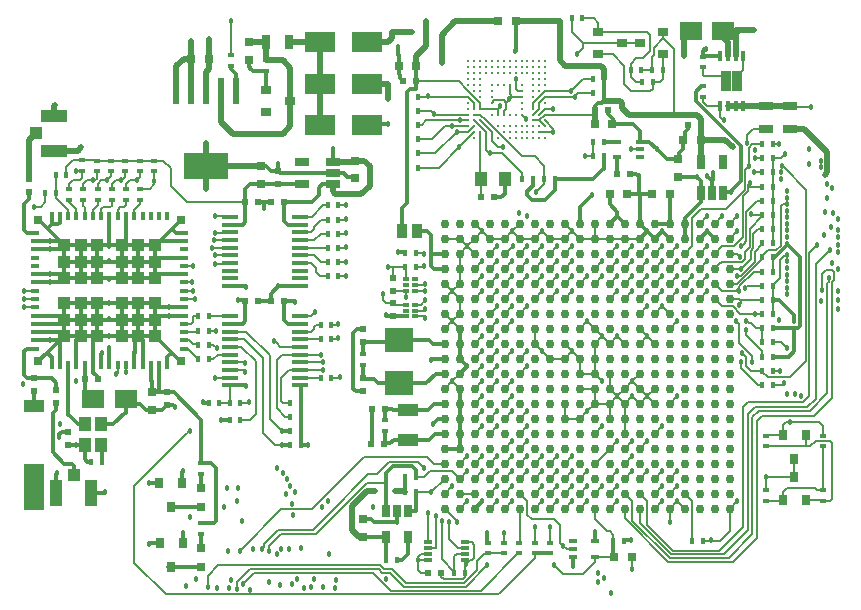
<source format=gbr>
G04 #@! TF.FileFunction,Copper,L1,Top,Signal*
%FSLAX46Y46*%
G04 Gerber Fmt 4.6, Leading zero omitted, Abs format (unit mm)*
G04 Created by KiCad (PCBNEW 4.0.6-e0-6349~53~ubuntu16.04.1) date Sat May  6 10:48:22 2017*
%MOMM*%
%LPD*%
G01*
G04 APERTURE LIST*
%ADD10C,0.100000*%
%ADD11R,0.400000X0.600000*%
%ADD12C,0.749300*%
%ADD13R,2.500000X1.800000*%
%ADD14R,0.420000X0.890000*%
%ADD15R,0.940000X0.840000*%
%ADD16R,1.800000X1.000000*%
%ADD17R,1.800000X4.000000*%
%ADD18R,0.750000X0.800000*%
%ADD19R,0.800000X0.750000*%
%ADD20R,0.600000X0.500000*%
%ADD21R,0.500000X0.600000*%
%ADD22R,1.950000X1.500000*%
%ADD23R,1.000000X1.250000*%
%ADD24R,0.900000X0.800000*%
%ADD25R,0.800000X0.800000*%
%ADD26R,0.970000X1.270000*%
%ADD27R,2.199640X1.049020*%
%ADD28R,0.998220X1.049020*%
%ADD29R,1.049020X2.199640*%
%ADD30R,1.049020X0.998220*%
%ADD31R,0.700000X1.300000*%
%ADD32R,1.300000X0.700000*%
%ADD33R,0.600000X0.400000*%
%ADD34R,0.800000X0.900000*%
%ADD35R,0.650000X1.220000*%
%ADD36R,1.220000X0.650000*%
%ADD37R,3.800000X2.200000*%
%ADD38R,0.600000X2.200000*%
%ADD39R,0.650000X1.060000*%
%ADD40R,0.520000X0.300000*%
%ADD41R,0.650000X0.400000*%
%ADD42R,1.450000X0.450000*%
%ADD43R,1.000000X1.150000*%
%ADD44R,2.400000X2.000000*%
%ADD45R,0.800000X0.300000*%
%ADD46R,0.749300X0.749300*%
%ADD47R,0.398780X0.749300*%
%ADD48R,0.749300X0.398780*%
%ADD49R,0.998220X0.998220*%
%ADD50C,0.243840*%
%ADD51C,0.457200*%
%ADD52C,0.300000*%
%ADD53C,0.500000*%
%ADD54C,0.200000*%
%ADD55C,0.150000*%
G04 APERTURE END LIST*
D10*
D11*
X124560000Y-148450000D03*
X123660000Y-148450000D03*
D12*
X151130000Y-151130000D03*
X149860000Y-151130000D03*
X148590000Y-151130000D03*
X147320000Y-151130000D03*
X146050000Y-151130000D03*
X144780000Y-151130000D03*
X143510000Y-151130000D03*
X142240000Y-151130000D03*
X140970000Y-151130000D03*
X139700000Y-151130000D03*
X138430000Y-151130000D03*
X137160000Y-151130000D03*
X135890000Y-151130000D03*
X134620000Y-151130000D03*
X133350000Y-151130000D03*
X132080000Y-151130000D03*
X130810000Y-151130000D03*
X129540000Y-151130000D03*
X128270000Y-151130000D03*
X127000000Y-151130000D03*
X151130000Y-149860000D03*
X149860000Y-149860000D03*
X148590000Y-149860000D03*
X147320000Y-149860000D03*
X146050000Y-149860000D03*
X144780000Y-149860000D03*
X143510000Y-149860000D03*
X142240000Y-149860000D03*
X140970000Y-149860000D03*
X139700000Y-149860000D03*
X138430000Y-149860000D03*
X137160000Y-149860000D03*
X135890000Y-149860000D03*
X134620000Y-149860000D03*
X133350000Y-149860000D03*
X132080000Y-149860000D03*
X130810000Y-149860000D03*
X129540000Y-149860000D03*
X128270000Y-149860000D03*
X127000000Y-149860000D03*
X151130000Y-148590000D03*
X149860000Y-148590000D03*
X148590000Y-148590000D03*
X147320000Y-148590000D03*
X146050000Y-148590000D03*
X144780000Y-148590000D03*
X143510000Y-148590000D03*
X142240000Y-148590000D03*
X140970000Y-148590000D03*
X139700000Y-148590000D03*
X138430000Y-148590000D03*
X137160000Y-148590000D03*
X135890000Y-148590000D03*
X134620000Y-148590000D03*
X133350000Y-148590000D03*
X132080000Y-148590000D03*
X130810000Y-148590000D03*
X129540000Y-148590000D03*
X128270000Y-148590000D03*
X127000000Y-148590000D03*
X151130000Y-147320000D03*
X149860000Y-147320000D03*
X148590000Y-147320000D03*
X147320000Y-147320000D03*
X146050000Y-147320000D03*
X144780000Y-147320000D03*
X143510000Y-147320000D03*
X142240000Y-147320000D03*
X140970000Y-147320000D03*
X139700000Y-147320000D03*
X138430000Y-147320000D03*
X137160000Y-147320000D03*
X135890000Y-147320000D03*
X134620000Y-147320000D03*
X133350000Y-147320000D03*
X132080000Y-147320000D03*
X130810000Y-147320000D03*
X129540000Y-147320000D03*
X128270000Y-147320000D03*
X127000000Y-147320000D03*
X151130000Y-146050000D03*
X149860000Y-146050000D03*
X148590000Y-146050000D03*
X147320000Y-146050000D03*
X146050000Y-146050000D03*
X144780000Y-146050000D03*
X143510000Y-146050000D03*
X142240000Y-146050000D03*
X140970000Y-146050000D03*
X139700000Y-146050000D03*
X138430000Y-146050000D03*
X137160000Y-146050000D03*
X135890000Y-146050000D03*
X134620000Y-146050000D03*
X133350000Y-146050000D03*
X132080000Y-146050000D03*
X130810000Y-146050000D03*
X129540000Y-146050000D03*
X128270000Y-146050000D03*
X127000000Y-146050000D03*
X151130000Y-144780000D03*
X149860000Y-144780000D03*
X148590000Y-144780000D03*
X147320000Y-144780000D03*
X146050000Y-144780000D03*
X144780000Y-144780000D03*
X143510000Y-144780000D03*
X142240000Y-144780000D03*
X140970000Y-144780000D03*
X139700000Y-144780000D03*
X138430000Y-144780000D03*
X137160000Y-144780000D03*
X135890000Y-144780000D03*
X134620000Y-144780000D03*
X133350000Y-144780000D03*
X132080000Y-144780000D03*
X130810000Y-144780000D03*
X129540000Y-144780000D03*
X128270000Y-144780000D03*
X127000000Y-144780000D03*
X151130000Y-143510000D03*
X149860000Y-143510000D03*
X148590000Y-143510000D03*
X147320000Y-143510000D03*
X146050000Y-143510000D03*
X144780000Y-143510000D03*
X143510000Y-143510000D03*
X142240000Y-143510000D03*
X140970000Y-143510000D03*
X139700000Y-143510000D03*
X138430000Y-143510000D03*
X137160000Y-143510000D03*
X135890000Y-143510000D03*
X134620000Y-143510000D03*
X133350000Y-143510000D03*
X132080000Y-143510000D03*
X130810000Y-143510000D03*
X129540000Y-143510000D03*
X128270000Y-143510000D03*
X127000000Y-143510000D03*
X151130000Y-142240000D03*
X149860000Y-142240000D03*
X148590000Y-142240000D03*
X147320000Y-142240000D03*
X146050000Y-142240000D03*
X144780000Y-142240000D03*
X143510000Y-142240000D03*
X142240000Y-142240000D03*
X140970000Y-142240000D03*
X139700000Y-142240000D03*
X138430000Y-142240000D03*
X137160000Y-142240000D03*
X135890000Y-142240000D03*
X134620000Y-142240000D03*
X133350000Y-142240000D03*
X132080000Y-142240000D03*
X130810000Y-142240000D03*
X129540000Y-142240000D03*
X128270000Y-142240000D03*
X127000000Y-142240000D03*
X151130000Y-140970000D03*
X149860000Y-140970000D03*
X148590000Y-140970000D03*
X147320000Y-140970000D03*
X146050000Y-140970000D03*
X144780000Y-140970000D03*
X143510000Y-140970000D03*
X142240000Y-140970000D03*
X140970000Y-140970000D03*
X139700000Y-140970000D03*
X138430000Y-140970000D03*
X137160000Y-140970000D03*
X135890000Y-140970000D03*
X134620000Y-140970000D03*
X133350000Y-140970000D03*
X132080000Y-140970000D03*
X130810000Y-140970000D03*
X129540000Y-140970000D03*
X128270000Y-140970000D03*
X127000000Y-140970000D03*
X151130000Y-139700000D03*
X149860000Y-139700000D03*
X148590000Y-139700000D03*
X147320000Y-139700000D03*
X146050000Y-139700000D03*
X144780000Y-139700000D03*
X143510000Y-139700000D03*
X142240000Y-139700000D03*
X140970000Y-139700000D03*
X139700000Y-139700000D03*
X138430000Y-139700000D03*
X137160000Y-139700000D03*
X135890000Y-139700000D03*
X134620000Y-139700000D03*
X133350000Y-139700000D03*
X132080000Y-139700000D03*
X130810000Y-139700000D03*
X129540000Y-139700000D03*
X128270000Y-139700000D03*
X127000000Y-139700000D03*
X151130000Y-138430000D03*
X149860000Y-138430000D03*
X148590000Y-138430000D03*
X147320000Y-138430000D03*
X146050000Y-138430000D03*
X144780000Y-138430000D03*
X143510000Y-138430000D03*
X142240000Y-138430000D03*
X140970000Y-138430000D03*
X139700000Y-138430000D03*
X138430000Y-138430000D03*
X137160000Y-138430000D03*
X135890000Y-138430000D03*
X134620000Y-138430000D03*
X133350000Y-138430000D03*
X132080000Y-138430000D03*
X130810000Y-138430000D03*
X129540000Y-138430000D03*
X128270000Y-138430000D03*
X127000000Y-138430000D03*
X151130000Y-137160000D03*
X149860000Y-137160000D03*
X148590000Y-137160000D03*
X147320000Y-137160000D03*
X146050000Y-137160000D03*
X144780000Y-137160000D03*
X143510000Y-137160000D03*
X142240000Y-137160000D03*
X140970000Y-137160000D03*
X139700000Y-137160000D03*
X138430000Y-137160000D03*
X137160000Y-137160000D03*
X135890000Y-137160000D03*
X134620000Y-137160000D03*
X133350000Y-137160000D03*
X132080000Y-137160000D03*
X130810000Y-137160000D03*
X129540000Y-137160000D03*
X128270000Y-137160000D03*
X127000000Y-137160000D03*
X151130000Y-135890000D03*
X149860000Y-135890000D03*
X148590000Y-135890000D03*
X147320000Y-135890000D03*
X146050000Y-135890000D03*
X144780000Y-135890000D03*
X143510000Y-135890000D03*
X142240000Y-135890000D03*
X140970000Y-135890000D03*
X139700000Y-135890000D03*
X138430000Y-135890000D03*
X137160000Y-135890000D03*
X135890000Y-135890000D03*
X134620000Y-135890000D03*
X133350000Y-135890000D03*
X132080000Y-135890000D03*
X130810000Y-135890000D03*
X129540000Y-135890000D03*
X128270000Y-135890000D03*
X127000000Y-135890000D03*
X151130000Y-134620000D03*
X149860000Y-134620000D03*
X148590000Y-134620000D03*
X147320000Y-134620000D03*
X146050000Y-134620000D03*
X144780000Y-134620000D03*
X143510000Y-134620000D03*
X142240000Y-134620000D03*
X140970000Y-134620000D03*
X139700000Y-134620000D03*
X138430000Y-134620000D03*
X137160000Y-134620000D03*
X135890000Y-134620000D03*
X134620000Y-134620000D03*
X133350000Y-134620000D03*
X132080000Y-134620000D03*
X130810000Y-134620000D03*
X129540000Y-134620000D03*
X128270000Y-134620000D03*
X127000000Y-134620000D03*
X151130000Y-133350000D03*
X149860000Y-133350000D03*
X148590000Y-133350000D03*
X147320000Y-133350000D03*
X146050000Y-133350000D03*
X144780000Y-133350000D03*
X143510000Y-133350000D03*
X142240000Y-133350000D03*
X140970000Y-133350000D03*
X139700000Y-133350000D03*
X138430000Y-133350000D03*
X137160000Y-133350000D03*
X135890000Y-133350000D03*
X134620000Y-133350000D03*
X133350000Y-133350000D03*
X132080000Y-133350000D03*
X130810000Y-133350000D03*
X129540000Y-133350000D03*
X128270000Y-133350000D03*
X127000000Y-133350000D03*
X151130000Y-132080000D03*
X149860000Y-132080000D03*
X148590000Y-132080000D03*
X147320000Y-132080000D03*
X146050000Y-132080000D03*
X144780000Y-132080000D03*
X143510000Y-132080000D03*
X142240000Y-132080000D03*
X140970000Y-132080000D03*
X139700000Y-132080000D03*
X138430000Y-132080000D03*
X137160000Y-132080000D03*
X135890000Y-132080000D03*
X134620000Y-132080000D03*
X133350000Y-132080000D03*
X132080000Y-132080000D03*
X130810000Y-132080000D03*
X129540000Y-132080000D03*
X128270000Y-132080000D03*
X127000000Y-132080000D03*
X151130000Y-130810000D03*
X149860000Y-130810000D03*
X148590000Y-130810000D03*
X147320000Y-130810000D03*
X146050000Y-130810000D03*
X144780000Y-130810000D03*
X143510000Y-130810000D03*
X142240000Y-130810000D03*
X140970000Y-130810000D03*
X139700000Y-130810000D03*
X138430000Y-130810000D03*
X137160000Y-130810000D03*
X135890000Y-130810000D03*
X134620000Y-130810000D03*
X133350000Y-130810000D03*
X132080000Y-130810000D03*
X130810000Y-130810000D03*
X129540000Y-130810000D03*
X128270000Y-130810000D03*
X127000000Y-130810000D03*
X151130000Y-129540000D03*
X149860000Y-129540000D03*
X148590000Y-129540000D03*
X147320000Y-129540000D03*
X146050000Y-129540000D03*
X144780000Y-129540000D03*
X143510000Y-129540000D03*
X142240000Y-129540000D03*
X140970000Y-129540000D03*
X139700000Y-129540000D03*
X138430000Y-129540000D03*
X137160000Y-129540000D03*
X135890000Y-129540000D03*
X134620000Y-129540000D03*
X133350000Y-129540000D03*
X132080000Y-129540000D03*
X130810000Y-129540000D03*
X129540000Y-129540000D03*
X128270000Y-129540000D03*
X127000000Y-129540000D03*
X151130000Y-128270000D03*
X149860000Y-128270000D03*
X148590000Y-128270000D03*
X147320000Y-128270000D03*
X146050000Y-128270000D03*
X144780000Y-128270000D03*
X143510000Y-128270000D03*
X142240000Y-128270000D03*
X140970000Y-128270000D03*
X139700000Y-128270000D03*
X138430000Y-128270000D03*
X137160000Y-128270000D03*
X135890000Y-128270000D03*
X134620000Y-128270000D03*
X133350000Y-128270000D03*
X132080000Y-128270000D03*
X130810000Y-128270000D03*
X129540000Y-128270000D03*
X128270000Y-128270000D03*
X127000000Y-128270000D03*
X151130000Y-127000000D03*
X149860000Y-127000000D03*
X148590000Y-127000000D03*
X147320000Y-127000000D03*
X146050000Y-127000000D03*
X144780000Y-127000000D03*
X143510000Y-127000000D03*
X142240000Y-127000000D03*
X140970000Y-127000000D03*
X139700000Y-127000000D03*
X138430000Y-127000000D03*
X137160000Y-127000000D03*
X135890000Y-127000000D03*
X134620000Y-127000000D03*
X133350000Y-127000000D03*
X132080000Y-127000000D03*
X130810000Y-127000000D03*
X129540000Y-127000000D03*
X128270000Y-127000000D03*
X127000000Y-127000000D03*
D13*
X116405000Y-118650000D03*
X120405000Y-118650000D03*
D14*
X152290000Y-112800000D03*
X151640000Y-112800000D03*
X150990000Y-112800000D03*
X150340000Y-112800000D03*
X150340000Y-117010000D03*
X150990000Y-117010000D03*
X151640000Y-117010000D03*
X152290000Y-117010000D03*
D15*
X150845000Y-115325000D03*
X151785000Y-115325000D03*
X150845000Y-114485000D03*
X151785000Y-114485000D03*
D16*
X92205000Y-142410000D03*
D17*
X92205000Y-149310000D03*
D18*
X146785000Y-123050000D03*
X146785000Y-121550000D03*
X119405000Y-121650000D03*
X119405000Y-123150000D03*
D19*
X146050000Y-124460000D03*
X144550000Y-124460000D03*
D20*
X148690000Y-118605000D03*
X147590000Y-118605000D03*
D21*
X112905000Y-123650000D03*
X112905000Y-122550000D03*
D18*
X110405000Y-111650000D03*
X110405000Y-113150000D03*
D19*
X148690000Y-119875000D03*
X147190000Y-119875000D03*
D18*
X111405000Y-123650000D03*
X111405000Y-122150000D03*
D19*
X140970000Y-124460000D03*
X142470000Y-124460000D03*
X105537000Y-113030000D03*
X107037000Y-113030000D03*
D18*
X120115000Y-153530000D03*
X120115000Y-152030000D03*
D20*
X125605000Y-156550000D03*
X126705000Y-156550000D03*
D22*
X150575000Y-110710000D03*
X147825000Y-110710000D03*
D21*
X122605000Y-132650000D03*
X122605000Y-131550000D03*
X122605000Y-134850000D03*
X122605000Y-133750000D03*
X120105000Y-137000000D03*
X120105000Y-135900000D03*
X120105000Y-140100000D03*
X120105000Y-141200000D03*
D20*
X121905000Y-142650000D03*
X120805000Y-142650000D03*
X121855000Y-145650000D03*
X120755000Y-145650000D03*
X141605000Y-122750000D03*
X142705000Y-122750000D03*
D19*
X141355000Y-155250000D03*
X142855000Y-155250000D03*
X139705000Y-118550000D03*
X141205000Y-118550000D03*
X124605000Y-113650000D03*
X123105000Y-113650000D03*
X133005000Y-109850000D03*
X131505000Y-109850000D03*
D23*
X130105000Y-123250000D03*
X132105000Y-123250000D03*
D20*
X139705000Y-117350000D03*
X140805000Y-117350000D03*
X124605000Y-114950000D03*
X123505000Y-114950000D03*
X130105000Y-124750000D03*
X131205000Y-124750000D03*
X111205000Y-125150000D03*
X110105000Y-125150000D03*
X111205000Y-133550000D03*
X110105000Y-133550000D03*
X112305000Y-125150000D03*
X113405000Y-125150000D03*
X112305000Y-133550000D03*
X113405000Y-133550000D03*
D21*
X95105000Y-144600000D03*
X95105000Y-145700000D03*
X91805000Y-124300000D03*
X91805000Y-123200000D03*
X94105000Y-141050000D03*
X94105000Y-142150000D03*
X92205000Y-141182000D03*
X92205000Y-140082000D03*
D18*
X102205000Y-141250000D03*
X102205000Y-142750000D03*
D20*
X96555000Y-140150000D03*
X97655000Y-140150000D03*
D21*
X103505000Y-141250000D03*
X103505000Y-142350000D03*
D22*
X97255000Y-141850000D03*
X100005000Y-141850000D03*
D13*
X116405000Y-111650000D03*
X120405000Y-111650000D03*
X116405000Y-115150000D03*
X120405000Y-115150000D03*
D24*
X111905000Y-115650000D03*
X111905000Y-117550000D03*
X113905000Y-116600000D03*
D25*
X106405000Y-149350000D03*
X106405000Y-150950000D03*
X106405000Y-154450000D03*
X106405000Y-156050000D03*
D26*
X123365000Y-127650000D03*
X124645000Y-127650000D03*
D27*
X93905000Y-117876800D03*
X93905000Y-120823200D03*
D28*
X92381000Y-119350000D03*
D29*
X97073200Y-149800000D03*
X94126800Y-149800000D03*
D30*
X95600000Y-148276000D03*
D31*
X113805000Y-111650000D03*
X111905000Y-111650000D03*
D32*
X156240000Y-118960000D03*
X156240000Y-117060000D03*
X154240000Y-117060000D03*
X154240000Y-118960000D03*
D33*
X133305000Y-154900000D03*
X133305000Y-154000000D03*
X134605000Y-154900000D03*
X134605000Y-154000000D03*
D34*
X104750000Y-148950000D03*
X102850000Y-148950000D03*
X103800000Y-150950000D03*
X104800000Y-154050000D03*
X102900000Y-154050000D03*
X103850000Y-156050000D03*
D33*
X111905000Y-113150000D03*
X111905000Y-114050000D03*
X108905000Y-112700000D03*
X108905000Y-113600000D03*
D11*
X124560000Y-149720000D03*
X123660000Y-149720000D03*
X122020000Y-155435000D03*
X122920000Y-155435000D03*
D33*
X148840000Y-115360000D03*
X148840000Y-116260000D03*
D11*
X127805000Y-156550000D03*
X128705000Y-156550000D03*
D33*
X148840000Y-112860000D03*
X148840000Y-113760000D03*
D11*
X123655000Y-129450000D03*
X124555000Y-129450000D03*
X123655000Y-130650000D03*
X124555000Y-130650000D03*
D33*
X132005000Y-154900000D03*
X132005000Y-154000000D03*
X130705000Y-154900000D03*
X130705000Y-154000000D03*
D11*
X153905000Y-133450000D03*
X154805000Y-133450000D03*
X153905000Y-134650000D03*
X154805000Y-134650000D03*
X153905000Y-132250000D03*
X154805000Y-132250000D03*
X153905000Y-128650000D03*
X154805000Y-128650000D03*
X153905000Y-127450000D03*
X154805000Y-127450000D03*
X153905000Y-126250000D03*
X154805000Y-126250000D03*
X154805000Y-135850000D03*
X153905000Y-135850000D03*
X153905000Y-125050000D03*
X154805000Y-125050000D03*
X154805000Y-138250000D03*
X153905000Y-138250000D03*
X153905000Y-121450000D03*
X154805000Y-121450000D03*
X154805000Y-129850000D03*
X153905000Y-129850000D03*
X153905000Y-123850000D03*
X154805000Y-123850000D03*
X154805000Y-131050000D03*
X153905000Y-131050000D03*
X153905000Y-122650000D03*
X154805000Y-122650000D03*
X154805000Y-120250000D03*
X153905000Y-120250000D03*
X153905000Y-139450000D03*
X154805000Y-139450000D03*
X154805000Y-137050000D03*
X153905000Y-137050000D03*
X147955000Y-153850000D03*
X148855000Y-153850000D03*
D33*
X120105000Y-138050000D03*
X120105000Y-138950000D03*
X121905000Y-143650000D03*
X121905000Y-144550000D03*
X135905000Y-154900000D03*
X135905000Y-154000000D03*
D11*
X154805000Y-140650000D03*
X153905000Y-140650000D03*
X140455000Y-121250000D03*
X139555000Y-121250000D03*
X140455000Y-114750000D03*
X139555000Y-114750000D03*
X140455000Y-115950000D03*
X139555000Y-115950000D03*
X123805000Y-116250000D03*
X124705000Y-116250000D03*
X136340000Y-123190000D03*
X135440000Y-123190000D03*
X134435000Y-123190000D03*
X133535000Y-123190000D03*
X123805000Y-121050000D03*
X124705000Y-121050000D03*
X123805000Y-122250000D03*
X124705000Y-122250000D03*
X139555000Y-120050000D03*
X140455000Y-120050000D03*
X123805000Y-117450000D03*
X124705000Y-117450000D03*
X123805000Y-118650000D03*
X124705000Y-118650000D03*
X123805000Y-119850000D03*
X124705000Y-119850000D03*
X142155000Y-153850000D03*
X141255000Y-153850000D03*
D33*
X102405000Y-121650000D03*
X102405000Y-122550000D03*
X101205000Y-121650000D03*
X101205000Y-122550000D03*
X96304000Y-121640000D03*
X96304000Y-122540000D03*
D11*
X109705000Y-143637000D03*
X108805000Y-143637000D03*
D33*
X97548000Y-121650000D03*
X97548000Y-122550000D03*
X98748000Y-121650000D03*
X98748000Y-122550000D03*
X99948000Y-121650000D03*
X99948000Y-122550000D03*
D11*
X108805000Y-142150000D03*
X109705000Y-142150000D03*
X114805000Y-144550000D03*
X113905000Y-144550000D03*
X114805000Y-145750000D03*
X113905000Y-145750000D03*
X107005000Y-142150000D03*
X107905000Y-142150000D03*
X114805000Y-142150000D03*
X113905000Y-142150000D03*
X118005000Y-125450000D03*
X117105000Y-125450000D03*
X118005000Y-126650000D03*
X117105000Y-126650000D03*
X118005000Y-127850000D03*
X117105000Y-127850000D03*
X118005000Y-129050000D03*
X117105000Y-129050000D03*
X118005000Y-130250000D03*
X117105000Y-130250000D03*
X118005000Y-131450000D03*
X117105000Y-131450000D03*
X114805000Y-143350000D03*
X113905000Y-143350000D03*
X116505000Y-135550000D03*
X117405000Y-135550000D03*
X116505000Y-136750000D03*
X117405000Y-136750000D03*
X116505000Y-140050000D03*
X117405000Y-140050000D03*
X94955000Y-122850000D03*
X94055000Y-122850000D03*
D33*
X101205000Y-124950000D03*
X101205000Y-124050000D03*
X100005000Y-124950000D03*
X100005000Y-124050000D03*
X98805000Y-124950000D03*
X98805000Y-124050000D03*
X97605000Y-124950000D03*
X97605000Y-124050000D03*
X96405000Y-124950000D03*
X96405000Y-124050000D03*
X95205000Y-124950000D03*
X95205000Y-124050000D03*
D11*
X94050000Y-124400000D03*
X93150000Y-124400000D03*
X97055000Y-147150000D03*
X97955000Y-147150000D03*
X107005000Y-134850000D03*
X106105000Y-134850000D03*
X107005000Y-136050000D03*
X106105000Y-136050000D03*
X107005000Y-137250000D03*
X106105000Y-137250000D03*
X107005000Y-138450000D03*
X106105000Y-138450000D03*
D33*
X106405000Y-147250000D03*
X106405000Y-148150000D03*
X106405000Y-152350000D03*
X106405000Y-153250000D03*
D35*
X148690000Y-124400000D03*
X149640000Y-124400000D03*
X150590000Y-124400000D03*
X150590000Y-121780000D03*
X148690000Y-121780000D03*
D36*
X117525000Y-123650000D03*
X117525000Y-122700000D03*
X117525000Y-121750000D03*
X114905000Y-121750000D03*
X114905000Y-123650000D03*
D37*
X106805000Y-122100000D03*
D38*
X109345000Y-115800000D03*
X108075000Y-115800000D03*
X106805000Y-115800000D03*
X105535000Y-115800000D03*
X104265000Y-115800000D03*
D39*
X123925000Y-151330000D03*
X122975000Y-151330000D03*
X122025000Y-151330000D03*
X122025000Y-153530000D03*
X123925000Y-153530000D03*
D40*
X124505000Y-132650000D03*
X124505000Y-132150000D03*
X124505000Y-131650000D03*
X123735000Y-132650000D03*
X123735000Y-132150000D03*
X123735000Y-131650000D03*
X124505000Y-134850000D03*
X124505000Y-134350000D03*
X124505000Y-133850000D03*
X123735000Y-134850000D03*
X123735000Y-134350000D03*
X123735000Y-133850000D03*
D41*
X143505000Y-121350000D03*
X143505000Y-120050000D03*
X143505000Y-120700000D03*
X141605000Y-120050000D03*
X141605000Y-121350000D03*
X137855000Y-153900000D03*
X137855000Y-155200000D03*
X137855000Y-154550000D03*
X139755000Y-155200000D03*
X139755000Y-153900000D03*
D42*
X108855000Y-126425000D03*
X108855000Y-127075000D03*
X108855000Y-127725000D03*
X108855000Y-128375000D03*
X108855000Y-129025000D03*
X108855000Y-129675000D03*
X108855000Y-130325000D03*
X108855000Y-130975000D03*
X108855000Y-131625000D03*
X108855000Y-132275000D03*
X114755000Y-132275000D03*
X114755000Y-131625000D03*
X114755000Y-130975000D03*
X114755000Y-130325000D03*
X114755000Y-129675000D03*
X114755000Y-129025000D03*
X114755000Y-128375000D03*
X114755000Y-127725000D03*
X114755000Y-127075000D03*
X114755000Y-126425000D03*
X108855000Y-134825000D03*
X108855000Y-135475000D03*
X108855000Y-136125000D03*
X108855000Y-136775000D03*
X108855000Y-137425000D03*
X108855000Y-138075000D03*
X108855000Y-138725000D03*
X108855000Y-139375000D03*
X108855000Y-140025000D03*
X108855000Y-140675000D03*
X114755000Y-140675000D03*
X114755000Y-140025000D03*
X114755000Y-139375000D03*
X114755000Y-138725000D03*
X114755000Y-138075000D03*
X114755000Y-137425000D03*
X114755000Y-136775000D03*
X114755000Y-136125000D03*
X114755000Y-135475000D03*
X114755000Y-134825000D03*
D43*
X97905000Y-145725000D03*
X97905000Y-143975000D03*
X96505000Y-143975000D03*
X96505000Y-145725000D03*
D44*
X123105000Y-136800000D03*
X123105000Y-140500000D03*
D16*
X123905000Y-142800000D03*
X123905000Y-145300000D03*
D45*
X128705000Y-155450000D03*
X128705000Y-154950000D03*
X128705000Y-154450000D03*
X128705000Y-153950000D03*
X125605000Y-153950000D03*
X125605000Y-154450000D03*
X125605000Y-154950000D03*
X125605000Y-155450000D03*
D46*
X104639540Y-126695120D03*
D47*
X103514320Y-126370000D03*
X102813280Y-126370000D03*
X102112240Y-126370000D03*
X101413740Y-126370000D03*
X100712700Y-126370000D03*
X100014200Y-126370000D03*
X99313160Y-126370000D03*
X98614660Y-126370000D03*
X97916160Y-126370000D03*
X97215120Y-126370000D03*
X96516620Y-126370000D03*
X95815580Y-126370000D03*
X95117080Y-126370000D03*
X94416040Y-126370000D03*
X93715000Y-126370000D03*
D46*
X92589780Y-126695120D03*
D48*
X92315460Y-127769540D03*
X92315460Y-128470580D03*
X92315460Y-129171620D03*
X92315460Y-129870120D03*
X92315460Y-130571160D03*
X92315460Y-131269660D03*
X92315460Y-131970700D03*
X92315460Y-132669200D03*
X92315460Y-133367700D03*
X92315460Y-134068740D03*
X92315460Y-134767240D03*
X92315460Y-135468280D03*
X92315460Y-136166780D03*
X92315460Y-136867820D03*
X92315460Y-137568860D03*
D46*
X92589780Y-138643280D03*
D47*
X93715000Y-138968400D03*
X94416040Y-138968400D03*
X95117080Y-138968400D03*
X95815580Y-138968400D03*
X96516620Y-138968400D03*
X97215120Y-138968400D03*
X97916160Y-138968400D03*
X98614660Y-138968400D03*
X99313160Y-138968400D03*
X100014200Y-138968400D03*
X100712700Y-138968400D03*
X101413740Y-138968400D03*
X102112240Y-138968400D03*
X102813280Y-138968400D03*
X103514320Y-138968400D03*
D46*
X104639540Y-138643280D03*
D48*
X104913860Y-137568860D03*
X104913860Y-136867820D03*
X104913860Y-136166780D03*
X104913860Y-135468280D03*
X104913860Y-134767240D03*
X104913860Y-134068740D03*
X104913860Y-133367700D03*
X104913860Y-132669200D03*
X104913860Y-131970700D03*
X104913860Y-131269660D03*
X104913860Y-130571160D03*
X104913860Y-129870120D03*
X104913860Y-129171620D03*
X104913860Y-128470580D03*
X104913860Y-127769540D03*
D49*
X102462760Y-128821100D03*
X101063220Y-128821100D03*
X99663680Y-128821100D03*
X97565640Y-128821100D03*
X96166100Y-128821100D03*
X94766560Y-128821100D03*
X102462760Y-130220640D03*
X101063220Y-130220640D03*
X99663680Y-130220640D03*
X97565640Y-130220640D03*
X96166100Y-130220640D03*
X94766560Y-130220640D03*
X102462760Y-131620180D03*
X101063220Y-131620180D03*
X99663680Y-131620180D03*
X97565640Y-131620180D03*
X96166100Y-131620180D03*
X94766560Y-131620180D03*
X102462760Y-133718220D03*
X101063220Y-133718220D03*
X99663680Y-133718220D03*
X97565640Y-133718220D03*
X96166100Y-133718220D03*
X94766560Y-133718220D03*
X102462760Y-135117760D03*
X101063220Y-135117760D03*
X99663680Y-135117760D03*
X97565640Y-135117760D03*
X96166100Y-135117760D03*
X94766560Y-135117760D03*
X102462760Y-136517300D03*
X101063220Y-136517300D03*
X99663680Y-136517300D03*
X97565640Y-136517300D03*
X96166100Y-136517300D03*
X94766560Y-136517300D03*
D50*
X129004240Y-119750000D03*
X129004240Y-119249620D03*
X129004240Y-118749240D03*
X129004240Y-118248860D03*
X129004240Y-117751020D03*
X129004240Y-117250640D03*
X129004240Y-116750260D03*
X129004240Y-116252420D03*
X129004240Y-115752040D03*
X129004240Y-115251660D03*
X129004240Y-114753820D03*
X129004240Y-114253440D03*
X129004240Y-113753060D03*
X129004240Y-113252680D03*
X129504620Y-119750000D03*
X129504620Y-119249620D03*
X129504620Y-118749240D03*
X129504620Y-118248860D03*
X129504620Y-117751020D03*
X129504620Y-117250640D03*
X129504620Y-116750260D03*
X129504620Y-116252420D03*
X129504620Y-115752040D03*
X129504620Y-115251660D03*
X129504620Y-114753820D03*
X129504620Y-114253440D03*
X129504620Y-113753060D03*
X129504620Y-113252680D03*
X130005000Y-119750000D03*
X130005000Y-119249620D03*
X130005000Y-118749240D03*
X130005000Y-118248860D03*
X130005000Y-117751020D03*
X130005000Y-117250640D03*
X130005000Y-116750260D03*
X130005000Y-116252420D03*
X130005000Y-115752040D03*
X130005000Y-115251660D03*
X130005000Y-114753820D03*
X130005000Y-114253440D03*
X130005000Y-113753060D03*
X130005000Y-113252680D03*
X130505380Y-119750000D03*
X130505380Y-119249620D03*
X130505380Y-118749240D03*
X130505380Y-118248860D03*
X130505380Y-114253440D03*
X130505380Y-113753060D03*
X130505380Y-113252680D03*
X131003220Y-119750000D03*
X131003220Y-119249620D03*
X131003220Y-118749240D03*
X131003220Y-117751020D03*
X131003220Y-117250640D03*
X131003220Y-116750260D03*
X131003220Y-116252420D03*
X131003220Y-115752040D03*
X131003220Y-115251660D03*
X131003220Y-114253440D03*
X131003220Y-113753060D03*
X131003220Y-113252680D03*
X131503600Y-119750000D03*
X131503600Y-119249620D03*
X131503600Y-118749240D03*
X131503600Y-117751020D03*
X131503600Y-115251660D03*
X131503600Y-114253440D03*
X131503600Y-113753060D03*
X131503600Y-113252680D03*
X132003980Y-119750000D03*
X132003980Y-119249620D03*
X132003980Y-118749240D03*
X132003980Y-117751020D03*
X132003980Y-115251660D03*
X132003980Y-114253440D03*
X132003980Y-113753060D03*
X132003980Y-113252680D03*
X132501820Y-119750000D03*
X132501820Y-119249620D03*
X132501820Y-118749240D03*
X132501820Y-117751020D03*
X132501820Y-115251660D03*
X132501820Y-114253440D03*
X132501820Y-113753060D03*
X132501820Y-113252680D03*
X133002200Y-119750000D03*
X133002200Y-119249620D03*
X133002200Y-118749240D03*
X133002200Y-117751020D03*
X133002200Y-115251660D03*
X133002200Y-114253440D03*
X133002200Y-113753060D03*
X133002200Y-113252680D03*
X133502580Y-119750000D03*
X133502580Y-119249620D03*
X133502580Y-118749240D03*
X133502580Y-117751020D03*
X133502580Y-117250640D03*
X133502580Y-116750260D03*
X133502580Y-116252420D03*
X133502580Y-115752040D03*
X133502580Y-115251660D03*
X133502580Y-114253440D03*
X133502580Y-113753060D03*
X133502580Y-113252680D03*
X134000420Y-119750000D03*
X134000420Y-119249620D03*
X134000420Y-118749240D03*
X134000420Y-114253440D03*
X134000420Y-113753060D03*
X134000420Y-113252680D03*
X134500800Y-119750000D03*
X134500800Y-119249620D03*
X134500800Y-118749240D03*
X134500800Y-118248860D03*
X134500800Y-117751020D03*
X134500800Y-117250640D03*
X134500800Y-116750260D03*
X134500800Y-116252420D03*
X134500800Y-115752040D03*
X134500800Y-115251660D03*
X134500800Y-114753820D03*
X134500800Y-114253440D03*
X134500800Y-113753060D03*
X134500800Y-113252680D03*
X135001180Y-119750000D03*
X135001180Y-119249620D03*
X135001180Y-118749240D03*
X135001180Y-118248860D03*
X135001180Y-117751020D03*
X135001180Y-117250640D03*
X135001180Y-116750260D03*
X135001180Y-116252420D03*
X135001180Y-115752040D03*
X135001180Y-115251660D03*
X135001180Y-114753820D03*
X135001180Y-114253440D03*
X135001180Y-113753060D03*
X135001180Y-113252680D03*
X135501560Y-119750000D03*
X135501560Y-119249620D03*
X135501560Y-118749240D03*
X135501560Y-118248860D03*
X135501560Y-117751020D03*
X135501560Y-117250640D03*
X135501560Y-116750260D03*
X135501560Y-116252420D03*
X135501560Y-115752040D03*
X135501560Y-115251660D03*
X135501560Y-114753820D03*
X135501560Y-114253440D03*
X135501560Y-113753060D03*
X135501560Y-113252680D03*
D34*
X157550000Y-144900000D03*
X155650000Y-144900000D03*
X156600000Y-146900000D03*
D24*
X145500000Y-112650000D03*
X145500000Y-110750000D03*
X143500000Y-111700000D03*
D33*
X154200000Y-144950000D03*
X154200000Y-145850000D03*
X159000000Y-149550000D03*
X159000000Y-150450000D03*
X159000000Y-144950000D03*
X159000000Y-145850000D03*
X154200000Y-150450000D03*
X154200000Y-149550000D03*
D11*
X144550000Y-114000000D03*
X145450000Y-114000000D03*
X143700000Y-115000000D03*
X144600000Y-115000000D03*
X143650000Y-114000000D03*
X142750000Y-114000000D03*
X138650000Y-109600000D03*
X137750000Y-109600000D03*
D34*
X155650000Y-150400000D03*
X157550000Y-150400000D03*
X156600000Y-148400000D03*
D24*
X140000000Y-110750000D03*
X140000000Y-112650000D03*
X142000000Y-111700000D03*
D51*
X153200000Y-110600000D03*
X152600000Y-110600000D03*
X152000000Y-110600000D03*
X105918000Y-157035500D03*
X123444000Y-110744000D03*
X124206000Y-110744000D03*
X122555000Y-110744000D03*
X148323000Y-123050000D03*
X151587797Y-114645506D03*
X122936000Y-152273000D03*
X116713000Y-157734000D03*
X108648500Y-154686000D03*
X132105000Y-124348890D03*
X114808000Y-154432000D03*
X112141000Y-157353000D03*
X128778000Y-155829000D03*
X155952528Y-129635875D03*
X159385000Y-124841000D03*
X156591000Y-135255000D03*
X151993600Y-129792279D03*
X155800000Y-121100000D03*
X155400000Y-139500000D03*
X131940000Y-120510000D03*
X149540000Y-153810000D03*
X93540000Y-129171620D03*
X93540000Y-128470580D03*
X93540000Y-136867820D03*
X93540000Y-131970700D03*
X93540000Y-131269660D03*
X98614660Y-127510000D03*
X100014200Y-127510000D03*
X103640000Y-134068740D03*
X103640000Y-134767240D03*
X106553000Y-142113000D03*
X147265000Y-112110000D03*
X147240000Y-112810000D03*
X150845000Y-115325000D03*
X151785000Y-115325000D03*
X150845000Y-114485000D03*
X121793000Y-132969000D03*
X122174000Y-130678600D03*
X94361000Y-145034000D03*
X137900000Y-156000000D03*
X144957000Y-120700000D03*
X143421000Y-122974000D03*
X96202000Y-120541000D03*
X94002000Y-116941000D03*
X115402006Y-145741000D03*
X114805000Y-141400000D03*
X94202000Y-148141000D03*
X98202000Y-149741000D03*
X102002000Y-148941000D03*
X102002000Y-154141000D03*
X100752000Y-137840994D03*
X101413740Y-137850000D03*
X98602000Y-136541000D03*
X98602000Y-135091000D03*
X98602000Y-133691000D03*
X98602000Y-131641000D03*
X98602000Y-130191000D03*
X98602000Y-128841000D03*
X100005000Y-142900000D03*
X104140000Y-142494000D03*
X112882400Y-121963000D03*
X111671000Y-125646000D03*
X106805000Y-124077000D03*
X106807000Y-120142000D03*
X109766000Y-122150000D03*
X107061000Y-111379000D03*
X107060994Y-112014000D03*
X110528000Y-113830000D03*
X126746000Y-112692000D03*
X126746000Y-113411000D03*
X132461000Y-116459000D03*
X123063000Y-112014000D03*
X123063000Y-112649000D03*
X137791749Y-127638251D03*
X149225000Y-122936000D03*
X149733000Y-122682000D03*
X149733000Y-123190000D03*
X143421000Y-124460000D03*
X142875000Y-156210000D03*
X135255000Y-137795000D03*
X142875000Y-141605000D03*
X144145000Y-141605000D03*
X142875000Y-140335000D03*
X127635000Y-140335000D03*
X128905000Y-139065000D03*
X130175000Y-150495000D03*
X112882400Y-132275000D03*
X151765000Y-150495000D03*
X127635000Y-132715000D03*
X127635000Y-135255000D03*
X137795000Y-137795000D03*
X140335000Y-140335000D03*
X141605000Y-141605000D03*
X139065000Y-142875000D03*
X128905000Y-128905000D03*
X130175000Y-127635000D03*
X132715000Y-127635000D03*
X135255000Y-127635000D03*
X136205000Y-119250000D03*
X136205000Y-117250000D03*
X141605000Y-136525000D03*
X140335000Y-136525000D03*
X139065000Y-135255000D03*
X144145000Y-136525000D03*
X144145000Y-127635000D03*
X145415000Y-127635000D03*
X149225000Y-127635000D03*
X102112411Y-140228610D03*
X117513000Y-120693000D03*
X102813280Y-140208000D03*
X113405000Y-125730000D03*
X114300000Y-133604000D03*
X105537000Y-112268000D03*
X105537000Y-111506000D03*
X153289000Y-120749600D03*
X157861000Y-120634620D03*
X122174000Y-116459000D03*
X122174000Y-115824000D03*
X122155000Y-115150000D03*
X146050000Y-125349000D03*
X146050000Y-125857000D03*
X124714000Y-155448000D03*
X155957342Y-128678664D03*
X123805000Y-123444000D03*
X122800000Y-149600000D03*
X121100000Y-149600000D03*
X140455000Y-116600000D03*
X140455000Y-122308000D03*
X125387000Y-109850000D03*
X108877000Y-109850000D03*
X134912000Y-109850000D03*
X135801000Y-109850000D03*
X136774000Y-109850000D03*
X151384000Y-120523000D03*
X155340000Y-120271000D03*
X132969000Y-112395000D03*
X131705000Y-117050000D03*
X133005022Y-114753954D03*
X95758000Y-145700000D03*
X109474000Y-133477000D03*
X96516620Y-139700000D03*
X110105000Y-125984000D03*
X113157000Y-154559000D03*
X122005000Y-134750000D03*
X122205000Y-118550000D03*
X123063000Y-129413000D03*
X141605000Y-126365000D03*
X158051500Y-117094000D03*
X123761500Y-133159500D03*
X119205000Y-138550000D03*
X125805000Y-138550000D03*
X120805000Y-143950000D03*
X126005000Y-143950000D03*
X156250000Y-143800000D03*
X151200004Y-124300000D03*
X141605000Y-122150000D03*
X142748000Y-153797000D03*
X146685000Y-135255000D03*
X145415000Y-133985000D03*
X144145000Y-133985000D03*
X109410500Y-157924500D03*
X136271000Y-155892500D03*
X130619500Y-155892500D03*
X146050000Y-152273000D03*
X142875000Y-146685000D03*
X141605000Y-149225000D03*
X146685000Y-150495000D03*
X160337500Y-127508000D03*
X160274000Y-132715000D03*
X160274000Y-133477002D03*
X160274002Y-134239000D03*
X160274000Y-129413001D03*
X160274000Y-128777998D03*
X160274000Y-128143002D03*
X160274000Y-130810000D03*
X142875000Y-145415000D03*
X141605000Y-150495000D03*
X145415000Y-150495000D03*
X159639000Y-129206600D03*
X158956390Y-132588000D03*
X139065000Y-150495000D03*
X140462000Y-156972000D03*
X137795000Y-150495000D03*
X115062000Y-157861000D03*
X136525000Y-150495000D03*
X107759500Y-157797500D03*
X135255000Y-150495000D03*
X113030000Y-157607000D03*
X132715000Y-150495000D03*
X116586000Y-151003000D03*
X131445000Y-150495000D03*
X146685000Y-147955000D03*
X128905000Y-150495000D03*
X128048575Y-152264857D03*
X137033000Y-154253000D03*
X127635000Y-149225000D03*
X146685000Y-149225000D03*
X159666321Y-127294224D03*
X145415000Y-149225000D03*
X158496000Y-128836642D03*
X159512000Y-131572000D03*
X122047000Y-157035500D03*
X140335000Y-149225000D03*
X139954000Y-157353000D03*
X139065000Y-149225000D03*
X137795000Y-149225000D03*
X132016500Y-153162000D03*
X115697000Y-157734000D03*
X136525000Y-149225000D03*
X117729000Y-157861000D03*
X135255000Y-149225000D03*
X112762999Y-154953001D03*
X132715000Y-149225000D03*
X117094000Y-150495000D03*
X131445000Y-149225000D03*
X145415000Y-147955000D03*
X128905000Y-146685000D03*
X157200000Y-141600000D03*
X159111324Y-127979430D03*
X144145000Y-147955000D03*
X156618093Y-141434328D03*
X159766000Y-130302000D03*
X142875000Y-147955000D03*
X155967997Y-141390379D03*
X141605000Y-147955000D03*
X158877000Y-133556400D03*
X139954000Y-156591000D03*
X139065000Y-147955000D03*
X117221000Y-154952632D03*
X137795000Y-147955000D03*
X108775500Y-157861000D03*
X136525000Y-147955000D03*
X117770502Y-157193527D03*
X135255000Y-147955000D03*
X110744000Y-154559000D03*
X133985000Y-147955000D03*
X125222000Y-147701000D03*
X111506000Y-154559000D03*
X125870000Y-149720000D03*
X132715000Y-147955000D03*
X112141000Y-154686000D03*
X128905000Y-147955000D03*
X131445000Y-147955000D03*
X130605000Y-153150000D03*
X130175000Y-147955000D03*
X154200000Y-148400000D03*
X138200000Y-112600000D03*
X139700000Y-153100000D03*
X141605000Y-145415000D03*
X132715000Y-135255000D03*
X132715000Y-132715000D03*
X115951000Y-157099000D03*
X137795000Y-146685000D03*
X135890000Y-152653996D03*
X136525000Y-146685000D03*
X134620000Y-152654000D03*
X135255000Y-146685000D03*
X133985000Y-146685000D03*
X132715000Y-146685000D03*
X114046000Y-157480000D03*
X131445000Y-146685000D03*
X114506402Y-157099000D03*
X130175000Y-146685000D03*
X109664500Y-154686000D03*
X144145000Y-145415000D03*
X126238000Y-151765000D03*
X133985000Y-145415000D03*
X125603000Y-151511000D03*
X132715000Y-145415000D03*
X145415000Y-144145000D03*
X140335000Y-144145000D03*
X149140000Y-112210000D03*
X133985000Y-144145000D03*
X113665000Y-148590000D03*
X131445000Y-144145000D03*
X113919000Y-149225000D03*
X130175000Y-144145000D03*
X113538000Y-149860000D03*
X133985000Y-142875000D03*
X114300000Y-149733000D03*
X132715000Y-142875000D03*
X112776000Y-147701000D03*
X131445000Y-142875000D03*
X113284000Y-148082000D03*
X130175000Y-142875000D03*
X146685000Y-141605000D03*
X118600000Y-129000000D03*
X132715000Y-141605000D03*
X118100000Y-140000000D03*
X130175000Y-141605000D03*
X118600000Y-131400000D03*
X132715000Y-140335000D03*
X118600000Y-125400000D03*
X131445000Y-140335000D03*
X118600000Y-126600000D03*
X130175000Y-140335000D03*
X118600000Y-127800000D03*
X133985000Y-139065000D03*
X118000000Y-136700000D03*
X131445000Y-139065000D03*
X118000000Y-135500000D03*
X130175000Y-139065000D03*
X118600000Y-130200000D03*
X133985000Y-137795000D03*
X116000000Y-134500000D03*
X132715000Y-137795000D03*
X116700000Y-138700000D03*
X131445000Y-137795000D03*
X110400000Y-142100000D03*
X130175000Y-137795000D03*
X116507199Y-138100000D03*
X131445000Y-136525000D03*
X116718781Y-139338308D03*
X130175000Y-136525000D03*
X113792000Y-154559000D03*
X125349000Y-135001000D03*
X131445000Y-135255000D03*
X114147384Y-151629462D03*
X125349000Y-134239000D03*
X130175000Y-135255000D03*
X134005000Y-133950000D03*
X125205000Y-129550000D03*
X114046000Y-150749000D03*
X125349000Y-133477000D03*
X132715000Y-133985000D03*
X131405000Y-133950000D03*
X125205000Y-130550000D03*
X155951694Y-127007090D03*
X151886602Y-133916811D03*
X155945085Y-126449917D03*
X153289000Y-134619990D03*
X155965732Y-125893088D03*
X152549610Y-135210000D03*
X149225000Y-132715000D03*
X152549610Y-136010000D03*
X147955000Y-132715000D03*
X146685000Y-132715000D03*
X145415000Y-132715000D03*
X155956595Y-131864598D03*
X144145000Y-132715000D03*
X126111000Y-117729000D03*
X142875000Y-132715000D03*
X134747000Y-124333000D03*
X141605000Y-132715000D03*
X105092500Y-157670500D03*
X120967500Y-151003000D03*
X137795000Y-132715000D03*
X152123390Y-138715827D03*
X136525000Y-132715000D03*
X142748000Y-120650000D03*
X135255000Y-132715000D03*
X159750000Y-124000000D03*
X125349000Y-132715000D03*
X131445000Y-132715000D03*
X159350000Y-123600000D03*
X130175000Y-132715000D03*
X125349000Y-132080000D03*
X155955466Y-125335970D03*
X155946674Y-124778828D03*
X151900000Y-132700000D03*
X156000563Y-124224228D03*
X152412820Y-132412820D03*
X149225000Y-131445000D03*
X155475982Y-123179154D03*
X151740000Y-131410000D03*
X147955000Y-131445000D03*
X152146002Y-137922000D03*
X155568252Y-122066511D03*
X146685000Y-131445000D03*
X155959019Y-130750192D03*
X145415000Y-131445000D03*
X155954885Y-131307389D03*
X144145000Y-131445000D03*
X128231240Y-120523000D03*
X142875000Y-131445000D03*
X125603000Y-116205000D03*
X141605000Y-131445000D03*
X140335000Y-131445000D03*
X139065000Y-131445000D03*
X137795000Y-131445000D03*
X160274000Y-126619000D03*
X136477400Y-131445000D03*
X153035000Y-138684000D03*
X151696400Y-135255000D03*
X135255000Y-131445000D03*
X109537498Y-149352000D03*
X133985000Y-131445000D03*
X150622000Y-118237000D03*
X132715000Y-131445000D03*
X131445000Y-131445000D03*
X152590500Y-120142000D03*
X130175000Y-131445000D03*
X152091444Y-130810000D03*
X152908000Y-126174500D03*
X152096390Y-128910000D03*
X149225000Y-130175000D03*
X155509107Y-122620575D03*
X153308000Y-121414000D03*
X147955000Y-130175000D03*
X155948285Y-127564292D03*
X146685000Y-130175000D03*
X155948797Y-130193074D03*
X145415000Y-130175000D03*
X127635000Y-118749240D03*
X144145000Y-130175000D03*
X128019380Y-119249620D03*
X142875000Y-130175000D03*
X137690643Y-115731469D03*
X141605000Y-130175000D03*
X155953444Y-132421801D03*
X140335000Y-130175000D03*
X155321001Y-135128000D03*
X137795000Y-130175000D03*
X159884856Y-126078423D03*
X136525000Y-130175000D03*
X156004531Y-132976666D03*
X135255000Y-130175000D03*
X108331000Y-151003000D03*
X133985000Y-126301500D03*
X133985000Y-130175000D03*
X132715000Y-130175000D03*
X131445000Y-130175000D03*
X130175000Y-130175000D03*
X152809061Y-123520147D03*
X153170331Y-122588085D03*
X149225000Y-128905000D03*
X152740000Y-122100000D03*
X155949843Y-128121502D03*
X146685000Y-128905000D03*
X145415000Y-128905000D03*
X144145000Y-128905000D03*
X128270000Y-118248860D03*
X130810000Y-121031000D03*
X142875000Y-128905000D03*
X138002580Y-116252420D03*
X141605000Y-128905000D03*
X137795000Y-128905000D03*
X159233066Y-126038456D03*
X136525000Y-128905000D03*
X108585000Y-149352000D03*
X133985000Y-128905000D03*
X133286500Y-126047500D03*
X109410500Y-150495000D03*
X132764066Y-128855934D03*
X158821390Y-122206565D03*
X151765000Y-127635000D03*
X158821390Y-121649352D03*
X151765000Y-126365000D03*
X157861000Y-121920000D03*
X149225000Y-126365000D03*
X150495000Y-126365000D03*
X126746000Y-152146000D03*
X127381000Y-152273000D03*
X133858000Y-118110001D03*
X138905000Y-121250000D03*
X91376500Y-132715000D03*
X91313000Y-140589000D03*
X94389808Y-143925692D03*
X91355578Y-133370922D03*
X91366406Y-134058594D03*
X95758000Y-140335000D03*
X108077000Y-143637000D03*
X95117080Y-143123080D03*
X98002000Y-137941000D03*
X113202000Y-144541000D03*
X104802000Y-147941000D03*
X98602000Y-137541000D03*
X113202000Y-145741000D03*
X104802000Y-153141000D03*
X99202000Y-139741000D03*
X100002000Y-139541000D03*
X105854500Y-133350000D03*
X105727500Y-132651500D03*
X105600500Y-131953000D03*
X105727500Y-130556000D03*
X155701996Y-140462000D03*
X159200000Y-122850000D03*
X109855000Y-152146000D03*
X141097000Y-158242000D03*
X155956000Y-137541000D03*
X110553500Y-157988000D03*
X112569610Y-136906000D03*
X105410000Y-144526000D03*
X109924873Y-157471078D03*
X106934000Y-157734000D03*
X107569000Y-130429000D03*
X102405000Y-123360000D03*
X107569000Y-129667000D03*
X100965000Y-123317000D03*
X107315000Y-129032000D03*
X95758000Y-122555000D03*
X107442000Y-128397000D03*
X97193000Y-123317000D03*
X107569000Y-127762000D03*
X98381000Y-123317000D03*
X107569000Y-126365000D03*
X99606000Y-123317000D03*
X110202000Y-140741000D03*
X110202000Y-132341000D03*
X92201984Y-125541000D03*
X107569000Y-140081000D03*
X107639723Y-136087723D03*
X110109000Y-138811000D03*
X107696000Y-137541000D03*
X110109000Y-139573000D03*
X135255000Y-128905000D03*
X108902500Y-157162500D03*
X105473500Y-151828500D03*
X131445000Y-128905000D03*
X139446000Y-124587000D03*
D52*
X92205000Y-141182000D02*
X92205000Y-142410000D01*
D53*
X151640000Y-112800000D02*
X151640000Y-110760000D01*
X151640000Y-110760000D02*
X151800000Y-110600000D01*
X151800000Y-110600000D02*
X152000000Y-110600000D01*
X150990000Y-112800000D02*
X150990000Y-111590000D01*
X150990000Y-111590000D02*
X150000000Y-110600000D01*
X152600000Y-110600000D02*
X153200000Y-110600000D01*
X151650000Y-110600000D02*
X152600000Y-110600000D01*
X150015000Y-110710000D02*
X151890000Y-110710000D01*
X151650000Y-110600000D02*
X152000000Y-110600000D01*
X151890000Y-110710000D02*
X152000000Y-110600000D01*
X151540000Y-110710000D02*
X151650000Y-110600000D01*
X151540000Y-110710000D02*
X150015000Y-110710000D01*
X122555000Y-110744000D02*
X123444000Y-110744000D01*
X124206000Y-110744000D02*
X123444000Y-110744000D01*
X122555000Y-111252000D02*
X122157000Y-111650000D01*
X122157000Y-111650000D02*
X120405000Y-111650000D01*
X122555000Y-110744000D02*
X122555000Y-111252000D01*
D52*
X147320000Y-127000000D02*
X147320000Y-126492000D01*
X147320000Y-126492000D02*
X148690000Y-125122000D01*
X148690000Y-125122000D02*
X148690000Y-124400000D01*
X148323000Y-123050000D02*
X148690000Y-123417000D01*
X148690000Y-123417000D02*
X148690000Y-124400000D01*
X146785000Y-123050000D02*
X148323000Y-123050000D01*
X147320000Y-127000000D02*
X147320000Y-128270000D01*
D54*
X152290000Y-113943303D02*
X151816396Y-114416907D01*
X151816396Y-114416907D02*
X151587797Y-114645506D01*
X152290000Y-112800000D02*
X152290000Y-113943303D01*
X154805000Y-132250000D02*
X154805000Y-132150000D01*
X154805000Y-132150000D02*
X155384500Y-131570500D01*
X155384500Y-131570500D02*
X155384500Y-130064591D01*
X155384500Y-130064591D02*
X155813216Y-129635875D01*
X155813216Y-129635875D02*
X155952528Y-129635875D01*
D52*
X120790000Y-152030000D02*
X121033000Y-152273000D01*
X120115000Y-152030000D02*
X120790000Y-152030000D01*
X122975000Y-151330000D02*
X122975000Y-152234000D01*
X122975000Y-152234000D02*
X122936000Y-152273000D01*
X121033000Y-152273000D02*
X122936000Y-152273000D01*
D54*
X128705000Y-153950000D02*
X129305000Y-153950000D01*
X129305000Y-153950000D02*
X129514599Y-154159599D01*
X129514599Y-154159599D02*
X129514599Y-155282901D01*
X129514599Y-155282901D02*
X129349500Y-155448000D01*
X129349500Y-155448000D02*
X129159000Y-155448000D01*
X129159000Y-155448000D02*
X128778000Y-155829000D01*
X126705000Y-156550000D02*
X126705000Y-156867500D01*
X126705000Y-156867500D02*
X126936500Y-157099000D01*
X126936500Y-157099000D02*
X128524000Y-157099000D01*
X128705000Y-156918000D02*
X128705000Y-156550000D01*
X128524000Y-157099000D02*
X128705000Y-156918000D01*
D52*
X131205000Y-124750000D02*
X131805000Y-124750000D01*
X131805000Y-124750000D02*
X132105000Y-124450000D01*
X132105000Y-124450000D02*
X132105000Y-124348890D01*
X132105000Y-123250000D02*
X132105000Y-124348890D01*
D54*
X128705000Y-155450000D02*
X128705000Y-155800000D01*
X128734000Y-155829000D02*
X128778000Y-155829000D01*
X128705000Y-155800000D02*
X128734000Y-155829000D01*
D52*
X154805000Y-133450000D02*
X155294000Y-133450000D01*
X155294000Y-133450000D02*
X156591000Y-134747000D01*
X156591000Y-134747000D02*
X156591000Y-135255000D01*
D55*
X151765001Y-129563680D02*
X151993600Y-129792279D01*
X151741321Y-129540000D02*
X151765001Y-129563680D01*
X151130000Y-129540000D02*
X151741321Y-129540000D01*
D54*
X155571401Y-121328599D02*
X155800000Y-121100000D01*
X155450000Y-121450000D02*
X155571401Y-121328599D01*
X154805000Y-121450000D02*
X155450000Y-121450000D01*
D55*
X154805000Y-139450000D02*
X155350000Y-139450000D01*
X155350000Y-139450000D02*
X155400000Y-139500000D01*
D52*
X154805000Y-139450000D02*
X154805000Y-139350000D01*
D55*
X130505380Y-118749240D02*
X130005000Y-118248860D01*
X131003220Y-119249620D02*
X131003220Y-119247080D01*
X131003220Y-119247080D02*
X130505380Y-118749240D01*
X131003220Y-119750000D02*
X131003220Y-120023220D01*
X131003220Y-120023220D02*
X131490000Y-120510000D01*
X131490000Y-120510000D02*
X131940000Y-120510000D01*
X131003220Y-119249620D02*
X131003220Y-119750000D01*
D54*
X149500000Y-153850000D02*
X149540000Y-153810000D01*
X148855000Y-153850000D02*
X149500000Y-153850000D01*
X154805000Y-132810000D02*
X154805000Y-133450000D01*
X154805000Y-132250000D02*
X154805000Y-132810000D01*
D52*
X93540000Y-129171620D02*
X94416040Y-129171620D01*
X92315460Y-129171620D02*
X93540000Y-129171620D01*
X93540000Y-128470580D02*
X94416040Y-128470580D01*
X92315460Y-128470580D02*
X93540000Y-128470580D01*
X93540000Y-136867820D02*
X94416040Y-136867820D01*
X92315460Y-136867820D02*
X93540000Y-136867820D01*
X93540000Y-131970700D02*
X94416040Y-131970700D01*
X92315460Y-131970700D02*
X93540000Y-131970700D01*
X93540000Y-131269660D02*
X94416040Y-131269660D01*
X92315460Y-131269660D02*
X93540000Y-131269660D01*
X98614660Y-127510000D02*
X98614660Y-128828340D01*
X98614660Y-126370000D02*
X98614660Y-127510000D01*
X100014200Y-127510000D02*
X100014200Y-128470580D01*
X100014200Y-126370000D02*
X100014200Y-127510000D01*
X103640000Y-134068740D02*
X102813280Y-134068740D01*
X104913860Y-134068740D02*
X103640000Y-134068740D01*
X103440000Y-134767240D02*
X102813280Y-134767240D01*
X104913860Y-134767240D02*
X103440000Y-134767240D01*
D55*
X103440000Y-134767240D02*
X103640000Y-134767240D01*
D52*
X107005000Y-142150000D02*
X106590000Y-142150000D01*
X106590000Y-142150000D02*
X106553000Y-142113000D01*
D53*
X147265000Y-112110000D02*
X147265000Y-112785000D01*
X147265000Y-110710000D02*
X147265000Y-112110000D01*
X147265000Y-112785000D02*
X147240000Y-112810000D01*
D54*
X148840000Y-114410000D02*
X148915000Y-114485000D01*
X148915000Y-114485000D02*
X150845000Y-114485000D01*
X148840000Y-113760000D02*
X148840000Y-114410000D01*
X122605000Y-131550000D02*
X122605000Y-130678600D01*
X122605000Y-130678600D02*
X122174000Y-130678600D01*
X122605000Y-133750000D02*
X122066000Y-133750000D01*
X122066000Y-133750000D02*
X121793000Y-133477000D01*
X121793000Y-133477000D02*
X121793000Y-132969000D01*
X123735000Y-133850000D02*
X122705000Y-133850000D01*
X122705000Y-133850000D02*
X122605000Y-133750000D01*
X123735000Y-131650000D02*
X123735000Y-130730000D01*
X123735000Y-130730000D02*
X123655000Y-130650000D01*
X123655000Y-130650000D02*
X122202600Y-130650000D01*
X122202600Y-130650000D02*
X122174000Y-130678600D01*
D52*
X94361000Y-144794000D02*
X94361000Y-145034000D01*
X95105000Y-144600000D02*
X94555000Y-144600000D01*
X94555000Y-144600000D02*
X94361000Y-144794000D01*
X97400000Y-139700000D02*
X97655000Y-139955000D01*
X97655000Y-139955000D02*
X97655000Y-140150000D01*
X97272070Y-139700000D02*
X97400000Y-139700000D01*
X97215120Y-138968400D02*
X97215120Y-139643050D01*
X97215120Y-139643050D02*
X97272070Y-139700000D01*
X137855000Y-155200000D02*
X137855000Y-155955000D01*
X137855000Y-155955000D02*
X137900000Y-156000000D01*
X144957000Y-120700000D02*
X144307000Y-120050000D01*
X145807000Y-121550000D02*
X144957000Y-120700000D01*
D53*
X93905000Y-120823200D02*
X95919800Y-120823200D01*
X95919800Y-120823200D02*
X96202000Y-120541000D01*
X93905000Y-117876800D02*
X93905000Y-117038000D01*
X93905000Y-117038000D02*
X94002000Y-116941000D01*
D52*
X115393006Y-145750000D02*
X115402006Y-145741000D01*
X114805000Y-145750000D02*
X115393006Y-145750000D01*
X114805000Y-141400000D02*
X114805000Y-140725000D01*
X114805000Y-142150000D02*
X114805000Y-141400000D01*
X114805000Y-140725000D02*
X114755000Y-140675000D01*
X114805000Y-143350000D02*
X114805000Y-142150000D01*
X114805000Y-144550000D02*
X114805000Y-143350000D01*
X114805000Y-145750000D02*
X114805000Y-144550000D01*
X94126800Y-149800000D02*
X94126800Y-148216200D01*
X94126800Y-148216200D02*
X94202000Y-148141000D01*
X97073200Y-149800000D02*
X98143000Y-149800000D01*
X98143000Y-149800000D02*
X98202000Y-149741000D01*
X102850000Y-148950000D02*
X102011000Y-148950000D01*
X102011000Y-148950000D02*
X102002000Y-148941000D01*
X102900000Y-154050000D02*
X102093000Y-154050000D01*
X102093000Y-154050000D02*
X102002000Y-154141000D01*
X104011000Y-138050000D02*
X102478300Y-136517300D01*
X101063220Y-136517300D02*
X101063220Y-136579780D01*
X101063220Y-136579780D02*
X100752000Y-136891000D01*
X100752000Y-136891000D02*
X100752000Y-137840994D01*
X100712700Y-137880294D02*
X100752000Y-137840994D01*
X100712700Y-138968400D02*
X100712700Y-137880294D01*
X101413740Y-137850000D02*
X101413740Y-136867820D01*
X101413740Y-138968400D02*
X101413740Y-137850000D01*
X92599720Y-138643280D02*
X93343000Y-137900000D01*
X93343000Y-137900000D02*
X94725700Y-136517300D01*
X93715000Y-138968400D02*
X93715000Y-138293750D01*
X93715000Y-138293750D02*
X93343000Y-137921750D01*
X93343000Y-137921750D02*
X93343000Y-137900000D01*
X92589780Y-138643280D02*
X92599720Y-138643280D01*
X94725700Y-136517300D02*
X94766560Y-136517300D01*
X94416040Y-138968400D02*
X94416040Y-136867820D01*
X94416040Y-136867820D02*
X94766560Y-136517300D01*
X95815580Y-138968400D02*
X95815580Y-136867820D01*
X95815580Y-136867820D02*
X96166100Y-136517300D01*
X97215120Y-138968400D02*
X97215120Y-136867820D01*
X97215120Y-136867820D02*
X97565640Y-136517300D01*
X101413740Y-136867820D02*
X101063220Y-136517300D01*
X104604280Y-138643280D02*
X104011000Y-138050000D01*
X103514320Y-138293750D02*
X103758070Y-138050000D01*
X103514320Y-138968400D02*
X103514320Y-138293750D01*
X103758070Y-138050000D02*
X104011000Y-138050000D01*
X104639540Y-138643280D02*
X104604280Y-138643280D01*
X102478300Y-136517300D02*
X102462760Y-136517300D01*
X102813280Y-134767240D02*
X102462760Y-135117760D01*
X102813280Y-134068740D02*
X102462760Y-133718220D01*
X104913860Y-131269660D02*
X102813280Y-131269660D01*
X102813280Y-131269660D02*
X102462760Y-131620180D01*
X104913860Y-129870120D02*
X102813280Y-129870120D01*
X102813280Y-129870120D02*
X102462760Y-130220640D01*
X104913860Y-128470580D02*
X102813280Y-128470580D01*
X102813280Y-128470580D02*
X102462760Y-128821100D01*
X104639540Y-126703460D02*
X103900000Y-127443000D01*
X103900000Y-127443000D02*
X102521900Y-128821100D01*
X104913860Y-127769540D02*
X104239210Y-127769540D01*
X104239210Y-127769540D02*
X103912670Y-127443000D01*
X103912670Y-127443000D02*
X103900000Y-127443000D01*
X104639540Y-126695120D02*
X104639540Y-126703460D01*
X102521900Y-128821100D02*
X102462760Y-128821100D01*
X100014200Y-128470580D02*
X99663680Y-128821100D01*
X98614660Y-128828340D02*
X98602000Y-128841000D01*
X94416040Y-126370000D02*
X94416040Y-126926960D01*
X94416040Y-126926960D02*
X94298350Y-127044650D01*
X94298350Y-127044650D02*
X93715000Y-127044650D01*
X92640580Y-126695120D02*
X93300000Y-127354540D01*
X93300000Y-127354540D02*
X94766560Y-128821100D01*
X93715000Y-126370000D02*
X93715000Y-127044650D01*
X93715000Y-127044650D02*
X93405110Y-127354540D01*
X93405110Y-127354540D02*
X93300000Y-127354540D01*
X92589780Y-126695120D02*
X92640580Y-126695120D01*
X94416040Y-128470580D02*
X94766560Y-128821100D01*
X94416040Y-129171620D02*
X94766560Y-128821100D01*
X94416040Y-131269660D02*
X94766560Y-131620180D01*
X94416040Y-131970700D02*
X94766560Y-131620180D01*
X92315460Y-134767240D02*
X94416040Y-134767240D01*
X94416040Y-134767240D02*
X94766560Y-135117760D01*
X92315460Y-135468280D02*
X94416040Y-135468280D01*
X94416040Y-135468280D02*
X94766560Y-135117760D01*
X92315460Y-136166780D02*
X94416040Y-136166780D01*
X94416040Y-136166780D02*
X94766560Y-136517300D01*
X96166100Y-130220640D02*
X94766560Y-130220640D01*
X99663680Y-135117760D02*
X98628760Y-135117760D01*
X98628760Y-135117760D02*
X98602000Y-135091000D01*
X101063220Y-135117760D02*
X101063220Y-136517300D01*
X99663680Y-135117760D02*
X99663680Y-136517300D01*
X102462760Y-133718220D02*
X102462760Y-135117760D01*
X101063220Y-133718220D02*
X101063220Y-135117760D01*
X101063220Y-133718220D02*
X102462760Y-133718220D01*
X99663680Y-133718220D02*
X101063220Y-133718220D01*
X99663680Y-133718220D02*
X98629220Y-133718220D01*
X98629220Y-133718220D02*
X98602000Y-133691000D01*
X99663680Y-135117760D02*
X99663680Y-133718220D01*
X101063220Y-135117760D02*
X99663680Y-135117760D01*
X102462760Y-135117760D02*
X101063220Y-135117760D01*
X102462760Y-136517300D02*
X102462760Y-135117760D01*
X101063220Y-136517300D02*
X102462760Y-136517300D01*
X101063220Y-136517300D02*
X99663680Y-136517300D01*
X99663680Y-136517300D02*
X98625700Y-136517300D01*
X98625700Y-136517300D02*
X98602000Y-136541000D01*
X97565640Y-136517300D02*
X98578300Y-136517300D01*
X98578300Y-136517300D02*
X98602000Y-136541000D01*
X96166100Y-136517300D02*
X96166100Y-135117760D01*
X97565640Y-136517300D02*
X97565640Y-135117760D01*
X96166100Y-136517300D02*
X97565640Y-136517300D01*
X94766560Y-136517300D02*
X96166100Y-136517300D01*
X94766560Y-135117760D02*
X94766560Y-136517300D01*
X97565640Y-133718220D02*
X97565640Y-135117760D01*
X96166100Y-133718220D02*
X96166100Y-135117760D01*
X94766560Y-133718220D02*
X94766560Y-135117760D01*
X97565640Y-135117760D02*
X98575240Y-135117760D01*
X98575240Y-135117760D02*
X98602000Y-135091000D01*
X96166100Y-135117760D02*
X97565640Y-135117760D01*
X94766560Y-135117760D02*
X96166100Y-135117760D01*
X97565640Y-133718220D02*
X98574780Y-133718220D01*
X98574780Y-133718220D02*
X98602000Y-133691000D01*
X96166100Y-133718220D02*
X97565640Y-133718220D01*
X94766560Y-133718220D02*
X96166100Y-133718220D01*
X101063220Y-128821100D02*
X101063220Y-130220640D01*
X99663680Y-130220640D02*
X99663680Y-131620180D01*
X101063220Y-130220640D02*
X101063220Y-131620180D01*
X101063220Y-128821100D02*
X102462760Y-128821100D01*
X99663680Y-128821100D02*
X101063220Y-128821100D01*
X99663680Y-130220640D02*
X99663680Y-128821100D01*
X101063220Y-130220640D02*
X99663680Y-130220640D01*
X102462760Y-130220640D02*
X101063220Y-130220640D01*
X102462760Y-128821100D02*
X102462760Y-130220640D01*
X102462760Y-131620180D02*
X102462760Y-130220640D01*
X101063220Y-131620180D02*
X102462760Y-131620180D01*
X99663680Y-131620180D02*
X101063220Y-131620180D01*
X99663680Y-128821100D02*
X98621900Y-128821100D01*
X98621900Y-128821100D02*
X98602000Y-128841000D01*
X99663680Y-130220640D02*
X98631640Y-130220640D01*
X98631640Y-130220640D02*
X98602000Y-130191000D01*
X99663680Y-131620180D02*
X98622820Y-131620180D01*
X98622820Y-131620180D02*
X98602000Y-131641000D01*
X97565640Y-131620180D02*
X98581180Y-131620180D01*
X98581180Y-131620180D02*
X98602000Y-131641000D01*
X97565640Y-130220640D02*
X98572360Y-130220640D01*
X98572360Y-130220640D02*
X98602000Y-130191000D01*
X97565640Y-128821100D02*
X98582100Y-128821100D01*
X98582100Y-128821100D02*
X98602000Y-128841000D01*
X97565640Y-130220640D02*
X96166100Y-130220640D01*
X96166100Y-128821100D02*
X97565640Y-128821100D01*
X97565640Y-130220640D02*
X97565640Y-128821100D01*
X97565640Y-130220640D02*
X97565640Y-131620180D01*
X97565640Y-131620180D02*
X96166100Y-131620180D01*
X96166100Y-130220640D02*
X96166100Y-131620180D01*
X96166100Y-128821100D02*
X96166100Y-130220640D01*
X94766560Y-128821100D02*
X96166100Y-128821100D01*
X94766560Y-130220640D02*
X94766560Y-128821100D01*
X94766560Y-130220640D02*
X94766560Y-131620180D01*
X94766560Y-131620180D02*
X96166100Y-131620180D01*
X97905000Y-143975000D02*
X98930000Y-143975000D01*
X98930000Y-143975000D02*
X100005000Y-142900000D01*
X100005000Y-142900000D02*
X100005000Y-141850000D01*
X103505000Y-142350000D02*
X103996000Y-142350000D01*
X103996000Y-142350000D02*
X104140000Y-142494000D01*
X102205000Y-142750000D02*
X101729000Y-142750000D01*
X101729000Y-142750000D02*
X101219000Y-142240000D01*
X101219000Y-142240000D02*
X100395000Y-142240000D01*
X100395000Y-142240000D02*
X100005000Y-141850000D01*
X102205000Y-142750000D02*
X103105000Y-142750000D01*
X103105000Y-142750000D02*
X103505000Y-142350000D01*
X112905000Y-122550000D02*
X112905000Y-121985600D01*
X112905000Y-121985600D02*
X112882400Y-121963000D01*
X111671000Y-125150000D02*
X112305000Y-125150000D01*
X111205000Y-125150000D02*
X111671000Y-125150000D01*
X111671000Y-125150000D02*
X111671000Y-125646000D01*
D53*
X106805000Y-122100000D02*
X106805000Y-124077000D01*
X106805000Y-122100000D02*
X106805000Y-120144000D01*
X106805000Y-120144000D02*
X106807000Y-120142000D01*
X109512000Y-122150000D02*
X106855000Y-122150000D01*
X111405000Y-122150000D02*
X109512000Y-122150000D01*
X109512000Y-122150000D02*
X109766000Y-122150000D01*
X106855000Y-122150000D02*
X106805000Y-122100000D01*
D52*
X111405000Y-122150000D02*
X111863000Y-122150000D01*
X111863000Y-122150000D02*
X112268000Y-122555000D01*
X112268000Y-122555000D02*
X112900000Y-122555000D01*
X112900000Y-122555000D02*
X112905000Y-122550000D01*
X117525000Y-122700000D02*
X113055000Y-122700000D01*
X113055000Y-122700000D02*
X112905000Y-122550000D01*
X118745000Y-123010000D02*
X119265000Y-123010000D01*
X119265000Y-123010000D02*
X119405000Y-123150000D01*
X117525000Y-122700000D02*
X118435000Y-122700000D01*
X118435000Y-122700000D02*
X118745000Y-123010000D01*
D53*
X107060994Y-111379006D02*
X107061000Y-111379000D01*
X107060994Y-112014000D02*
X107060994Y-111379006D01*
X107037000Y-112037994D02*
X107060994Y-112014000D01*
X107037000Y-113030000D02*
X107037000Y-112037994D01*
D52*
X110528000Y-113830000D02*
X110748000Y-114050000D01*
X110405000Y-113707000D02*
X110528000Y-113830000D01*
X110405000Y-113150000D02*
X110405000Y-113707000D01*
X110748000Y-114050000D02*
X111905000Y-114050000D01*
X111905000Y-114050000D02*
X111905000Y-115650000D01*
D53*
X106805000Y-115800000D02*
X106805000Y-114302000D01*
X106805000Y-114302000D02*
X106807000Y-114300000D01*
X106807000Y-114300000D02*
X106807000Y-114135000D01*
X106807000Y-114135000D02*
X107037000Y-113905000D01*
X107037000Y-113905000D02*
X107037000Y-113030000D01*
X126746000Y-112692000D02*
X126746000Y-113411000D01*
X126746000Y-110998000D02*
X126746000Y-112692000D01*
X127894000Y-109850000D02*
X126746000Y-110998000D01*
X131505000Y-109850000D02*
X127894000Y-109850000D01*
D55*
X132461000Y-116528289D02*
X132461000Y-116459000D01*
X132405000Y-116550000D02*
X132439289Y-116550000D01*
X132439289Y-116550000D02*
X132461000Y-116528289D01*
D52*
X123063000Y-112649000D02*
X123063000Y-112014000D01*
X123105000Y-113650000D02*
X123105000Y-112691000D01*
X123105000Y-112691000D02*
X123063000Y-112649000D01*
X123207000Y-114427000D02*
X123207000Y-114652000D01*
X123207000Y-114652000D02*
X123505000Y-114950000D01*
X123105000Y-113650000D02*
X123105000Y-114325000D01*
X123105000Y-114325000D02*
X123207000Y-114427000D01*
X144780000Y-128270000D02*
X144145000Y-127635000D01*
D55*
X138430000Y-128270000D02*
X137798251Y-127638251D01*
X137798251Y-127638251D02*
X137791749Y-127638251D01*
X137160000Y-127000000D02*
X137791749Y-127631749D01*
X137160000Y-128270000D02*
X137791749Y-127638251D01*
X137791749Y-127631749D02*
X137791749Y-127638251D01*
D52*
X149733000Y-123190000D02*
X149479000Y-123190000D01*
X149479000Y-123190000D02*
X149225000Y-122936000D01*
X149733000Y-123190000D02*
X149733000Y-122682000D01*
X149640000Y-124400000D02*
X149640000Y-123283000D01*
X149640000Y-123283000D02*
X149733000Y-123190000D01*
X142705000Y-122750000D02*
X143197000Y-122750000D01*
X143197000Y-122750000D02*
X143421000Y-122974000D01*
X143421000Y-122974000D02*
X143421000Y-124460000D01*
X142470000Y-124460000D02*
X143421000Y-124460000D01*
X143421000Y-124460000D02*
X143637000Y-124460000D01*
X147590000Y-118605000D02*
X147590000Y-118983000D01*
X147590000Y-118983000D02*
X147320000Y-119253000D01*
X147320000Y-119253000D02*
X147320000Y-119745000D01*
X147320000Y-119745000D02*
X147190000Y-119875000D01*
X147190000Y-119875000D02*
X147190000Y-120653000D01*
X147190000Y-120653000D02*
X146812000Y-121031000D01*
X146812000Y-121031000D02*
X146812000Y-121523000D01*
X146812000Y-121523000D02*
X146785000Y-121550000D01*
X146785000Y-121550000D02*
X145807000Y-121550000D01*
X144307000Y-120050000D02*
X144130000Y-120050000D01*
X144130000Y-120050000D02*
X143505000Y-120050000D01*
X142934000Y-118550000D02*
X143505000Y-119121000D01*
X143505000Y-119121000D02*
X143505000Y-120050000D01*
X141205000Y-118550000D02*
X142934000Y-118550000D01*
X140805000Y-117350000D02*
X140805000Y-117691000D01*
X140805000Y-117691000D02*
X141224000Y-118110000D01*
X141224000Y-118110000D02*
X141224000Y-118531000D01*
X141224000Y-118531000D02*
X141205000Y-118550000D01*
D54*
X128270000Y-134620000D02*
X128270000Y-133350000D01*
X128270000Y-130810000D02*
X128270000Y-129540000D01*
X128270000Y-130810000D02*
X128270000Y-132080000D01*
X142855000Y-155250000D02*
X142855000Y-156190000D01*
X142855000Y-156190000D02*
X142875000Y-156210000D01*
X135255000Y-137795000D02*
X134620000Y-137160000D01*
X135890000Y-138430000D02*
X135255000Y-137795000D01*
X142240000Y-143510000D02*
X142240000Y-144780000D01*
X143510000Y-142240000D02*
X142875000Y-141605000D01*
X142240000Y-142240000D02*
X142875000Y-141605000D01*
X143510000Y-140970000D02*
X144145000Y-141605000D01*
X144780000Y-142240000D02*
X144145000Y-141605000D01*
X144780000Y-140970000D02*
X144145000Y-141605000D01*
X143510000Y-142240000D02*
X144145000Y-141605000D01*
X143510000Y-140970000D02*
X142875000Y-140335000D01*
X143510000Y-139700000D02*
X142875000Y-140335000D01*
X142240000Y-140970000D02*
X142875000Y-140335000D01*
X127635000Y-140335000D02*
X128270000Y-140970000D01*
X127635000Y-140335000D02*
X128270000Y-139700000D01*
X127000000Y-140970000D02*
X127635000Y-140335000D01*
D52*
X128270000Y-138430000D02*
X128905000Y-139065000D01*
X128270000Y-139700000D02*
X128905000Y-139065000D01*
X129540000Y-151130000D02*
X130175000Y-150495000D01*
X128270000Y-137160000D02*
X128270000Y-135890000D01*
X128270000Y-138430000D02*
X128270000Y-137160000D01*
X128270000Y-142240000D02*
X128270000Y-140970000D01*
X128270000Y-143510000D02*
X128270000Y-142240000D01*
X128270000Y-144780000D02*
X128270000Y-143510000D01*
X128270000Y-146050000D02*
X128270000Y-144780000D01*
X127000000Y-146050000D02*
X128270000Y-146050000D01*
X112882400Y-132275000D02*
X112305000Y-132932000D01*
X112962000Y-132275000D02*
X112882400Y-132275000D01*
X111205000Y-133550000D02*
X112305000Y-133550000D01*
X112305000Y-132932000D02*
X112305000Y-133550000D01*
X114755000Y-132275000D02*
X112962000Y-132275000D01*
D54*
X128705000Y-156550000D02*
X128705000Y-155450000D01*
X148855000Y-153850000D02*
X150315000Y-153850000D01*
X150315000Y-153850000D02*
X151130000Y-153035000D01*
X151130000Y-153035000D02*
X151130000Y-151130000D01*
X151130000Y-151130000D02*
X151765000Y-150495000D01*
X154805000Y-133450000D02*
X154805000Y-134650000D01*
X154805000Y-127450000D02*
X154805000Y-128650000D01*
X154805000Y-127450000D02*
X154805000Y-126250000D01*
X154805000Y-125050000D02*
X154805000Y-126250000D01*
X154805000Y-123850000D02*
X154805000Y-125050000D01*
X154805000Y-122650000D02*
X154805000Y-123850000D01*
X154805000Y-121450000D02*
X154805000Y-122650000D01*
X127000000Y-132080000D02*
X127635000Y-132715000D01*
X128270000Y-132080000D02*
X127635000Y-132715000D01*
X128270000Y-133350000D02*
X127635000Y-132715000D01*
X127000000Y-133350000D02*
X127635000Y-132715000D01*
X127000000Y-135890000D02*
X127635000Y-135255000D01*
X128270000Y-134620000D02*
X127635000Y-135255000D01*
X127000000Y-134620000D02*
X127635000Y-135255000D01*
X128270000Y-135890000D02*
X127635000Y-135255000D01*
X143510000Y-135890000D02*
X144145000Y-136525000D01*
X134620000Y-135890000D02*
X134620000Y-137160000D01*
X140335000Y-136525000D02*
X139700000Y-135890000D01*
X140970000Y-137160000D02*
X141605000Y-136525000D01*
X139700000Y-137160000D02*
X139700000Y-138430000D01*
X137160000Y-137160000D02*
X137795000Y-137795000D01*
X137160000Y-138430000D02*
X137795000Y-137795000D01*
X138430000Y-138430000D02*
X137795000Y-137795000D01*
X138430000Y-138430000D02*
X138430000Y-139700000D01*
X135890000Y-138430000D02*
X137160000Y-138430000D01*
X139700000Y-138430000D02*
X139700000Y-139700000D01*
X138430000Y-139700000D02*
X139700000Y-139700000D01*
X139700000Y-139700000D02*
X140335000Y-140335000D01*
X140970000Y-139700000D02*
X140970000Y-140970000D01*
X142240000Y-140970000D02*
X141605000Y-141605000D01*
X140970000Y-140970000D02*
X141605000Y-141605000D01*
X142240000Y-143510000D02*
X142240000Y-142240000D01*
X140970000Y-143510000D02*
X140970000Y-142240000D01*
X142240000Y-142240000D02*
X141605000Y-141605000D01*
X140970000Y-142240000D02*
X141605000Y-141605000D01*
X139700000Y-142240000D02*
X139700000Y-140970000D01*
X138430000Y-140970000D02*
X139700000Y-140970000D01*
X139700000Y-142240000D02*
X140970000Y-142240000D01*
X139700000Y-142240000D02*
X139065000Y-142875000D01*
X138430000Y-143510000D02*
X139065000Y-142875000D01*
X138430000Y-143510000D02*
X137160000Y-143510000D01*
X137160000Y-142240000D02*
X137160000Y-143510000D01*
D55*
X127000000Y-128270000D02*
X128270000Y-128270000D01*
X129540000Y-129540000D02*
X128905000Y-128905000D01*
X129540000Y-128270000D02*
X128905000Y-128905000D01*
X128270000Y-128270000D02*
X128905000Y-128905000D01*
X128270000Y-129540000D02*
X128905000Y-128905000D01*
X130810000Y-128270000D02*
X130175000Y-127635000D01*
X129540000Y-128270000D02*
X130175000Y-127635000D01*
X129540000Y-127000000D02*
X130175000Y-127635000D01*
X130810000Y-128270000D02*
X132080000Y-128270000D01*
X132080000Y-128270000D02*
X132715000Y-127635000D01*
X133350000Y-128270000D02*
X132715000Y-127635000D01*
X133350000Y-127000000D02*
X132715000Y-127635000D01*
X134620000Y-128270000D02*
X133350000Y-128270000D01*
X135890000Y-128270000D02*
X135255000Y-127635000D01*
X134620000Y-128270000D02*
X135255000Y-127635000D01*
X137160000Y-128270000D02*
X135890000Y-128270000D01*
X139700000Y-128270000D02*
X138430000Y-128270000D01*
X140970000Y-128270000D02*
X139700000Y-128270000D01*
X139700000Y-127000000D02*
X139700000Y-128270000D01*
X142240000Y-128270000D02*
X140970000Y-128270000D01*
X143510000Y-128270000D02*
X142240000Y-128270000D01*
X135501560Y-119249620D02*
X136204620Y-119249620D01*
X136204620Y-119249620D02*
X136205000Y-119250000D01*
X135001180Y-119249620D02*
X135501560Y-119249620D01*
X135501560Y-118248860D02*
X136205000Y-118952300D01*
X136205000Y-118952300D02*
X136205000Y-119250000D01*
D52*
X143637000Y-124460000D02*
X144550000Y-124460000D01*
X143510000Y-127000000D02*
X143510000Y-124587000D01*
X143510000Y-124587000D02*
X143637000Y-124460000D01*
D55*
X135501560Y-117250640D02*
X136204360Y-117250640D01*
X136204360Y-117250640D02*
X136205000Y-117250000D01*
X135001180Y-117751020D02*
X135501560Y-117250640D01*
X132405000Y-116550000D02*
X132205000Y-116750000D01*
X132702580Y-116252420D02*
X132405000Y-116550000D01*
X132501820Y-115251660D02*
X132501820Y-116051660D01*
X132501820Y-116051660D02*
X132702580Y-116252420D01*
X133502580Y-116252420D02*
X132702580Y-116252420D01*
X131003220Y-116750260D02*
X131203480Y-116550000D01*
X132005000Y-116550000D02*
X132205000Y-116750000D01*
X131203480Y-116550000D02*
X132005000Y-116550000D01*
X132205000Y-116750000D02*
X132205000Y-117250000D01*
X132205000Y-117250000D02*
X132003980Y-117451020D01*
X132003980Y-117451020D02*
X132003980Y-117751020D01*
D54*
X142240000Y-137160000D02*
X141605000Y-136525000D01*
X140970000Y-137160000D02*
X140335000Y-136525000D01*
X139700000Y-137160000D02*
X140335000Y-136525000D01*
X139700000Y-135890000D02*
X139065000Y-135255000D01*
X138430000Y-135890000D02*
X139065000Y-135255000D01*
X144780000Y-137160000D02*
X144145000Y-136525000D01*
X143510000Y-137160000D02*
X144145000Y-136525000D01*
D52*
X143510000Y-127000000D02*
X144145000Y-127635000D01*
X143510000Y-128270000D02*
X144145000Y-127635000D01*
X144780000Y-128270000D02*
X145415000Y-127635000D01*
X146050000Y-128270000D02*
X145415000Y-127635000D01*
X149860000Y-128270000D02*
X149225000Y-127635000D01*
X148590000Y-128270000D02*
X149225000Y-127635000D01*
D53*
X117525000Y-123650000D02*
X117525000Y-124256000D01*
X117525000Y-124256000D02*
X117729000Y-124460000D01*
X120189500Y-121650000D02*
X119405000Y-121650000D01*
X117729000Y-124460000D02*
X119951500Y-124460000D01*
X119951500Y-124460000D02*
X120650000Y-123761500D01*
X120650000Y-123761500D02*
X120650000Y-122110500D01*
X120650000Y-122110500D02*
X120189500Y-121650000D01*
D52*
X106405000Y-147250000D02*
X107211000Y-147250000D01*
X107211000Y-147250000D02*
X107602000Y-147641000D01*
X107602000Y-147641000D02*
X107602000Y-152191000D01*
X107602000Y-152191000D02*
X107443000Y-152350000D01*
X107443000Y-152350000D02*
X106405000Y-152350000D01*
X102112240Y-140228439D02*
X102112411Y-140228610D01*
X102205000Y-140321199D02*
X102112411Y-140228610D01*
X102112240Y-138968400D02*
X102112240Y-140228439D01*
X102205000Y-141250000D02*
X102205000Y-140321199D01*
X117513000Y-120693000D02*
X117513000Y-121738000D01*
X117513000Y-121738000D02*
X117525000Y-121750000D01*
X102813280Y-140208000D02*
X102813280Y-141153000D01*
X102813280Y-138968400D02*
X102813280Y-140208000D01*
X103505000Y-141250000D02*
X104055000Y-141250000D01*
X104055000Y-141250000D02*
X106405000Y-143600000D01*
X106405000Y-143600000D02*
X106405000Y-146750000D01*
X106405000Y-146750000D02*
X106405000Y-147250000D01*
X103505000Y-141250000D02*
X102205000Y-141250000D01*
X102813280Y-141153000D02*
X102108000Y-141153000D01*
X102108000Y-141153000D02*
X102205000Y-141250000D01*
X113405000Y-126750000D02*
X113405000Y-125730000D01*
X113405000Y-125150000D02*
X113405000Y-125730000D01*
X113405000Y-133550000D02*
X114246000Y-133550000D01*
X114246000Y-133550000D02*
X114300000Y-133604000D01*
X113405000Y-133550000D02*
X113405000Y-135150000D01*
X113405000Y-135150000D02*
X113730000Y-135475000D01*
X113730000Y-135475000D02*
X114755000Y-135475000D01*
X113405000Y-125150000D02*
X115740000Y-125150000D01*
X116332000Y-123933000D02*
X116615000Y-123650000D01*
X115740000Y-125150000D02*
X116332000Y-124558000D01*
X116332000Y-124558000D02*
X116332000Y-123933000D01*
X116615000Y-123650000D02*
X117525000Y-123650000D01*
X114755000Y-127075000D02*
X113730000Y-127075000D01*
X113730000Y-127075000D02*
X113405000Y-126750000D01*
D53*
X117525000Y-121750000D02*
X119305000Y-121750000D01*
X119305000Y-121750000D02*
X119405000Y-121650000D01*
X105537000Y-112268000D02*
X105537000Y-111506000D01*
X105537000Y-113030000D02*
X105537000Y-112268000D01*
X104265000Y-115800000D02*
X104265000Y-113667000D01*
X104265000Y-113667000D02*
X104902000Y-113030000D01*
X104902000Y-113030000D02*
X105537000Y-113030000D01*
X105535000Y-115800000D02*
X105535000Y-113032000D01*
X105535000Y-113032000D02*
X105537000Y-113030000D01*
D52*
X146050000Y-127000000D02*
X146050000Y-124460000D01*
D53*
X122174000Y-116459000D02*
X122174000Y-115824000D01*
X122174000Y-115824000D02*
X122174000Y-115169000D01*
X122174000Y-115169000D02*
X122155000Y-115150000D01*
X120405000Y-115150000D02*
X122155000Y-115150000D01*
D52*
X146050000Y-124460000D02*
X146050000Y-125349000D01*
X146050000Y-125857000D02*
X146050000Y-127000000D01*
X146050000Y-127000000D02*
X144780000Y-127000000D01*
D53*
X146400000Y-117800000D02*
X142600000Y-117800000D01*
X148400000Y-117800000D02*
X146400000Y-117800000D01*
D54*
X146400000Y-117800000D02*
X146400000Y-112200000D01*
X146400000Y-112200000D02*
X145500000Y-111300000D01*
X145500000Y-110750000D02*
X145500000Y-111300000D01*
X145500000Y-111300000D02*
X144700010Y-112099990D01*
X144550000Y-112850000D02*
X144550000Y-114000000D01*
X144700010Y-112099990D02*
X144700010Y-112699990D01*
X144700010Y-112699990D02*
X144550000Y-112850000D01*
X143650000Y-114000000D02*
X144550000Y-114000000D01*
D53*
X148690000Y-118605000D02*
X148690000Y-118090000D01*
X142000000Y-117200000D02*
X142000000Y-116800000D01*
X148690000Y-118090000D02*
X148400000Y-117800000D01*
X142600000Y-117800000D02*
X142000000Y-117200000D01*
X141800000Y-116600000D02*
X140455000Y-116600000D01*
X142000000Y-116800000D02*
X141800000Y-116600000D01*
X140455000Y-114750000D02*
X140455000Y-113855000D01*
X140455000Y-113855000D02*
X140200000Y-113600000D01*
X140200000Y-113600000D02*
X137200000Y-113600000D01*
X137200000Y-113600000D02*
X136774000Y-113174000D01*
X136774000Y-113174000D02*
X136774000Y-110174000D01*
X136774000Y-110174000D02*
X136774000Y-109850000D01*
D54*
X125605000Y-156550000D02*
X124990500Y-156550000D01*
X124990500Y-156550000D02*
X124714000Y-156273500D01*
X124714000Y-156273500D02*
X124714000Y-155448000D01*
D52*
X154805000Y-138250000D02*
X156136000Y-138250000D01*
X156136000Y-138250000D02*
X156591000Y-137795000D01*
X156591000Y-137795000D02*
X156591000Y-135890000D01*
X156591000Y-135850000D02*
X156885000Y-135850000D01*
X155740000Y-135850000D02*
X156591000Y-135850000D01*
D55*
X156591000Y-135850000D02*
X156591000Y-135890000D01*
D53*
X120115000Y-153530000D02*
X119748000Y-153530000D01*
X119748000Y-153530000D02*
X119126000Y-152908000D01*
X119126000Y-152908000D02*
X119126000Y-150876000D01*
X119126000Y-150876000D02*
X120402000Y-149600000D01*
X120402000Y-149600000D02*
X121100000Y-149600000D01*
D52*
X156000000Y-128750000D02*
X156000000Y-128721322D01*
X156000000Y-128721322D02*
X155957342Y-128678664D01*
X156885000Y-135850000D02*
X157099000Y-135636000D01*
X157099000Y-135636000D02*
X157099000Y-129849000D01*
X157099000Y-129849000D02*
X156000000Y-128750000D01*
X154805000Y-129850000D02*
X154950000Y-129850000D01*
X154950000Y-129850000D02*
X156000000Y-128800000D01*
X156000000Y-128800000D02*
X156000000Y-128750000D01*
X154805000Y-135850000D02*
X155740000Y-135850000D01*
X123805000Y-122250000D02*
X123805000Y-123444000D01*
X123805000Y-123444000D02*
X123805000Y-125242000D01*
D53*
X122800000Y-149600000D02*
X123540000Y-149600000D01*
X123540000Y-149600000D02*
X123660000Y-149720000D01*
D55*
X125055000Y-114950000D02*
X124605000Y-114950000D01*
X128202200Y-114950000D02*
X125055000Y-114950000D01*
X129004240Y-115752040D02*
X128202200Y-114950000D01*
D52*
X140455000Y-121250000D02*
X140455000Y-122308000D01*
X136840000Y-123190000D02*
X136340000Y-123190000D01*
X140455000Y-122308000D02*
X139573000Y-123190000D01*
X139573000Y-123190000D02*
X136840000Y-123190000D01*
X135509000Y-124968000D02*
X136340000Y-124137000D01*
X136340000Y-124137000D02*
X136340000Y-123190000D01*
X134366000Y-124968000D02*
X135509000Y-124968000D01*
X133985000Y-124587000D02*
X134366000Y-124968000D01*
X133985000Y-124240000D02*
X133985000Y-124587000D01*
X134435000Y-123190000D02*
X134435000Y-123790000D01*
X134435000Y-123790000D02*
X133985000Y-124240000D01*
X123805000Y-125242000D02*
X123365000Y-125682000D01*
X123365000Y-125682000D02*
X123365000Y-127650000D01*
D53*
X124605000Y-113650000D02*
X124605000Y-112758000D01*
X124605000Y-112758000D02*
X125387000Y-111976000D01*
X125387000Y-111976000D02*
X125387000Y-109850000D01*
D55*
X131003220Y-117250640D02*
X130005000Y-117250640D01*
D54*
X108905000Y-112700000D02*
X108905000Y-109878000D01*
X108905000Y-109878000D02*
X108877000Y-109850000D01*
D53*
X134912000Y-109850000D02*
X135801000Y-109850000D01*
X133005000Y-109850000D02*
X134912000Y-109850000D01*
X135801000Y-109850000D02*
X136774000Y-109850000D01*
D52*
X123805000Y-116250000D02*
X123805000Y-115844000D01*
X123805000Y-115844000D02*
X124079000Y-115570000D01*
X124079000Y-115570000D02*
X124535000Y-115570000D01*
X124535000Y-115570000D02*
X124605000Y-115500000D01*
X124605000Y-115500000D02*
X124605000Y-114950000D01*
D54*
X154805000Y-129850000D02*
X154805000Y-131050000D01*
D53*
X148690000Y-119875000D02*
X150736000Y-119875000D01*
X150736000Y-119875000D02*
X151384000Y-120523000D01*
D54*
X154805000Y-120250000D02*
X155319000Y-120250000D01*
X155319000Y-120250000D02*
X155340000Y-120271000D01*
D52*
X122025000Y-153530000D02*
X122025000Y-155430000D01*
X122025000Y-155430000D02*
X122020000Y-155435000D01*
X120115000Y-153530000D02*
X122025000Y-153530000D01*
X123660000Y-149720000D02*
X123660000Y-148450000D01*
D55*
X129504620Y-116252420D02*
X129004240Y-115752040D01*
X129504620Y-116252420D02*
X129507160Y-116252420D01*
X129507160Y-116252420D02*
X130005000Y-116750260D01*
X130005000Y-117250640D02*
X130005000Y-116750260D01*
D52*
X124605000Y-114950000D02*
X124605000Y-113650000D01*
X123805000Y-117450000D02*
X123805000Y-116250000D01*
X123805000Y-118650000D02*
X123805000Y-117450000D01*
X123805000Y-118650000D02*
X123805000Y-119850000D01*
X123805000Y-121050000D02*
X123805000Y-119850000D01*
X123805000Y-122250000D02*
X123805000Y-121050000D01*
X133005000Y-109850000D02*
X133005000Y-112359000D01*
X133005000Y-112359000D02*
X132969000Y-112395000D01*
D53*
X148690000Y-119875000D02*
X148690000Y-118605000D01*
X148690000Y-121780000D02*
X148690000Y-119875000D01*
D52*
X140305000Y-116750000D02*
X140455000Y-116600000D01*
X140455000Y-116600000D02*
X140455000Y-115950000D01*
X140005000Y-116750000D02*
X140305000Y-116750000D01*
X139705000Y-117050000D02*
X140005000Y-116750000D01*
X139705000Y-117350000D02*
X139705000Y-117050000D01*
X140455000Y-114750000D02*
X140455000Y-115950000D01*
D53*
X139705000Y-117350000D02*
X139705000Y-117750000D01*
X139705000Y-117750000D02*
X139705000Y-118550000D01*
D55*
X135501560Y-117751020D02*
X139703980Y-117751020D01*
X139703980Y-117751020D02*
X139705000Y-117750000D01*
X135001180Y-118248860D02*
X135003720Y-118248860D01*
X135003720Y-118248860D02*
X135501560Y-117751020D01*
X135001180Y-118248860D02*
X134500800Y-118248860D01*
X135501560Y-118749240D02*
X135001180Y-118248860D01*
X131003220Y-117250640D02*
X131504360Y-117250640D01*
X131504360Y-117250640D02*
X131705000Y-117050000D01*
X131503600Y-117751020D02*
X131503600Y-117251400D01*
X131503600Y-117251400D02*
X131705000Y-117050000D01*
D54*
X124714000Y-155448000D02*
X124714000Y-155194000D01*
X125605000Y-155450000D02*
X124716000Y-155450000D01*
X124716000Y-155450000D02*
X124714000Y-155448000D01*
X124714000Y-155194000D02*
X124958000Y-154950000D01*
X124958000Y-154950000D02*
X125605000Y-154950000D01*
D55*
X133002200Y-115547200D02*
X133207040Y-115752040D01*
X133207040Y-115752040D02*
X133502580Y-115752040D01*
X133002200Y-115251660D02*
X133002200Y-115547200D01*
X133002200Y-115251660D02*
X133002200Y-114756776D01*
X133002200Y-114756776D02*
X133005022Y-114753954D01*
D54*
X102405000Y-121650000D02*
X103171500Y-121650000D01*
X103171500Y-121650000D02*
X103822500Y-122301000D01*
X103822500Y-122301000D02*
X103822500Y-123825000D01*
X103822500Y-123825000D02*
X105147500Y-125150000D01*
X105147500Y-125150000D02*
X110105000Y-125150000D01*
D52*
X95105000Y-145700000D02*
X95758000Y-145700000D01*
X95758000Y-145700000D02*
X96480000Y-145700000D01*
X109474000Y-133477000D02*
X110032000Y-133477000D01*
X110032000Y-133477000D02*
X110105000Y-133550000D01*
X96516620Y-138968400D02*
X96516620Y-139700000D01*
X96516620Y-139700000D02*
X96516620Y-140111620D01*
X110105000Y-125984000D02*
X110105000Y-125700000D01*
X110105000Y-126850000D02*
X110105000Y-125984000D01*
X96505000Y-145725000D02*
X96505000Y-146924000D01*
X96505000Y-146924000D02*
X96731000Y-147150000D01*
X96731000Y-147150000D02*
X97055000Y-147150000D01*
X96480000Y-145700000D02*
X96505000Y-145725000D01*
X96555000Y-140150000D02*
X96555000Y-141150000D01*
X96555000Y-141150000D02*
X97255000Y-141850000D01*
X96516620Y-140111620D02*
X96555000Y-140150000D01*
X108855000Y-135475000D02*
X109880000Y-135475000D01*
X109880000Y-135475000D02*
X110105000Y-135250000D01*
X110105000Y-135250000D02*
X110105000Y-134100000D01*
X110105000Y-134100000D02*
X110105000Y-133550000D01*
D54*
X101205000Y-121650000D02*
X102405000Y-121650000D01*
X99948000Y-121650000D02*
X101205000Y-121650000D01*
X98748000Y-121650000D02*
X99948000Y-121650000D01*
X97548000Y-121650000D02*
X98748000Y-121650000D01*
X96304000Y-121640000D02*
X97538000Y-121640000D01*
X97538000Y-121640000D02*
X97548000Y-121650000D01*
D52*
X112905000Y-123650000D02*
X114905000Y-123650000D01*
X111405000Y-123650000D02*
X112905000Y-123650000D01*
X110105000Y-124083000D02*
X110538000Y-123650000D01*
X110538000Y-123650000D02*
X111405000Y-123650000D01*
X110105000Y-125150000D02*
X110105000Y-124083000D01*
X108855000Y-127075000D02*
X109880000Y-127075000D01*
X109880000Y-127075000D02*
X110105000Y-126850000D01*
X110105000Y-125700000D02*
X110105000Y-125150000D01*
D54*
X94955000Y-122215000D02*
X95530000Y-121640000D01*
X95530000Y-121640000D02*
X96304000Y-121640000D01*
X94955000Y-122850000D02*
X94955000Y-122215000D01*
D53*
X113284000Y-119380000D02*
X113905000Y-118759000D01*
X113905000Y-118759000D02*
X113905000Y-116600000D01*
X109093000Y-119380000D02*
X113284000Y-119380000D01*
X108075000Y-118362000D02*
X109093000Y-119380000D01*
X108075000Y-115800000D02*
X108075000Y-118362000D01*
X111905000Y-113150000D02*
X113277000Y-113150000D01*
X113277000Y-113150000D02*
X113905000Y-113778000D01*
X113905000Y-113778000D02*
X113905000Y-115700000D01*
X113905000Y-115700000D02*
X113905000Y-116600000D01*
X110405000Y-111650000D02*
X111905000Y-111650000D01*
X111905000Y-113150000D02*
X111905000Y-111650000D01*
D52*
X122605000Y-134850000D02*
X122105000Y-134850000D01*
X122105000Y-134850000D02*
X122005000Y-134750000D01*
X122605000Y-134850000D02*
X123735000Y-134850000D01*
X122205000Y-118550000D02*
X120505000Y-118550000D01*
X120505000Y-118550000D02*
X120405000Y-118650000D01*
X123063000Y-129413000D02*
X123618000Y-129413000D01*
X123618000Y-129413000D02*
X123655000Y-129450000D01*
X141605000Y-125984000D02*
X140970000Y-125349000D01*
X140970000Y-125349000D02*
X140970000Y-124460000D01*
X141605000Y-126365000D02*
X141605000Y-125984000D01*
X141605000Y-126365000D02*
X142240000Y-127000000D01*
X140970000Y-127000000D02*
X141605000Y-126365000D01*
D54*
X158051500Y-117094000D02*
X156274000Y-117094000D01*
X156274000Y-117094000D02*
X156240000Y-117060000D01*
X123735000Y-132650000D02*
X123735000Y-133133000D01*
X123735000Y-133133000D02*
X123761500Y-133159500D01*
D53*
X152290000Y-117010000D02*
X153035000Y-117010000D01*
X153035000Y-117010000D02*
X154190000Y-117010000D01*
X154240000Y-117060000D02*
X156240000Y-117060000D01*
X154190000Y-117010000D02*
X154240000Y-117060000D01*
X151640000Y-117010000D02*
X152290000Y-117010000D01*
X150990000Y-117010000D02*
X151640000Y-117010000D01*
D54*
X123735000Y-132650000D02*
X122605000Y-132650000D01*
D52*
X120105000Y-137000000D02*
X120105000Y-138050000D01*
X120105000Y-137000000D02*
X122905000Y-137000000D01*
X122905000Y-137000000D02*
X123105000Y-136800000D01*
X126015000Y-137160000D02*
X125655000Y-136800000D01*
X125655000Y-136800000D02*
X123105000Y-136800000D01*
X127000000Y-137160000D02*
X126015000Y-137160000D01*
X119205000Y-140950000D02*
X119455000Y-141200000D01*
X119455000Y-141200000D02*
X120105000Y-141200000D01*
X119205000Y-138550000D02*
X119205000Y-140950000D01*
X119205000Y-138550000D02*
X119205000Y-136250000D01*
X119555000Y-135900000D02*
X120105000Y-135900000D01*
X119205000Y-136250000D02*
X119555000Y-135900000D01*
X127000000Y-138430000D02*
X125925000Y-138430000D01*
X125925000Y-138430000D02*
X125805000Y-138550000D01*
X120105000Y-140100000D02*
X120105000Y-138950000D01*
X123105000Y-140500000D02*
X121355000Y-140500000D01*
X121355000Y-140500000D02*
X121005000Y-140150000D01*
X120155000Y-140150000D02*
X120105000Y-140100000D01*
X121005000Y-140150000D02*
X120155000Y-140150000D01*
X126255000Y-139700000D02*
X125455000Y-140500000D01*
X125455000Y-140500000D02*
X123105000Y-140500000D01*
X127000000Y-139700000D02*
X126255000Y-139700000D01*
X127000000Y-142240000D02*
X126115000Y-142240000D01*
X126115000Y-142240000D02*
X125555000Y-142800000D01*
X125555000Y-142800000D02*
X125155000Y-142800000D01*
X125155000Y-142800000D02*
X123905000Y-142800000D01*
X121905000Y-143650000D02*
X121905000Y-142650000D01*
X122655000Y-142800000D02*
X122505000Y-142650000D01*
X122505000Y-142650000D02*
X121905000Y-142650000D01*
X123905000Y-142800000D02*
X122655000Y-142800000D01*
X120805000Y-143950000D02*
X120805000Y-145600000D01*
X120805000Y-145600000D02*
X120755000Y-145650000D01*
X120805000Y-143950000D02*
X120805000Y-142650000D01*
X127000000Y-143510000D02*
X126445000Y-143510000D01*
X126445000Y-143510000D02*
X126005000Y-143950000D01*
X122405000Y-145600000D02*
X121905000Y-145600000D01*
X121905000Y-145600000D02*
X121855000Y-145650000D01*
X123905000Y-145300000D02*
X122705000Y-145300000D01*
X122705000Y-145300000D02*
X122405000Y-145600000D01*
X121905000Y-144550000D02*
X121905000Y-145600000D01*
X123905000Y-145300000D02*
X125655000Y-145300000D01*
X125655000Y-145300000D02*
X126175000Y-144780000D01*
X126175000Y-144780000D02*
X127000000Y-144780000D01*
D54*
X156250000Y-143800000D02*
X155900000Y-143800000D01*
X158700000Y-143800000D02*
X156250000Y-143800000D01*
X155900000Y-143800000D02*
X155650000Y-144050000D01*
X155650000Y-144050000D02*
X155650000Y-144900000D01*
X159000000Y-144100000D02*
X158700000Y-143800000D01*
X159000000Y-144950000D02*
X159000000Y-144100000D01*
X155650000Y-144900000D02*
X154250000Y-144900000D01*
X154250000Y-144900000D02*
X154200000Y-144950000D01*
D52*
X151428603Y-124071401D02*
X151200004Y-124300000D01*
X152080449Y-120444439D02*
X152080449Y-123419555D01*
X148240000Y-116603990D02*
X152080449Y-120444439D01*
X152080449Y-123419555D02*
X151428603Y-124071401D01*
X148740000Y-115360000D02*
X148240000Y-115860000D01*
X148240000Y-115860000D02*
X148240000Y-116603990D01*
X148840000Y-115360000D02*
X148740000Y-115360000D01*
X150690000Y-124300000D02*
X150876715Y-124300000D01*
X150590000Y-124400000D02*
X150690000Y-124300000D01*
X150876715Y-124300000D02*
X151200004Y-124300000D01*
X141605000Y-122150000D02*
X141605000Y-121350000D01*
X141605000Y-122750000D02*
X141605000Y-122150000D01*
X142748000Y-153797000D02*
X142208000Y-153797000D01*
X142208000Y-153797000D02*
X142155000Y-153850000D01*
D54*
X146050000Y-135890000D02*
X146685000Y-135255000D01*
X146050000Y-134620000D02*
X145415000Y-133985000D01*
X144780000Y-134620000D02*
X145415000Y-133985000D01*
X143510000Y-134620000D02*
X144145000Y-133985000D01*
X110554170Y-156210000D02*
X109410500Y-157353670D01*
X121729500Y-156527500D02*
X121412000Y-156210000D01*
X109410500Y-157601211D02*
X109410500Y-157924500D01*
X122364500Y-156527500D02*
X121729500Y-156527500D01*
X130619500Y-155892500D02*
X128778000Y-157734000D01*
X121412000Y-156210000D02*
X110554170Y-156210000D01*
X109410500Y-157353670D02*
X109410500Y-157601211D01*
X123571000Y-157734000D02*
X122364500Y-156527500D01*
X128778000Y-157734000D02*
X123571000Y-157734000D01*
X139755000Y-155600000D02*
X138684000Y-156671000D01*
X136271000Y-155892500D02*
X137049500Y-156671000D01*
X137049500Y-156671000D02*
X138684000Y-156671000D01*
X139755000Y-155200000D02*
X139755000Y-155600000D01*
X141355000Y-155250000D02*
X139805000Y-155250000D01*
X139805000Y-155250000D02*
X139755000Y-155200000D01*
X140970000Y-153035000D02*
X141255000Y-153320000D01*
X141255000Y-153320000D02*
X141255000Y-153850000D01*
X140716000Y-153035000D02*
X140970000Y-153035000D01*
X139700000Y-152019000D02*
X140716000Y-153035000D01*
X139700000Y-151130000D02*
X139700000Y-152019000D01*
D52*
X141255000Y-153850000D02*
X141255000Y-155150000D01*
X141255000Y-155150000D02*
X141355000Y-155250000D01*
D55*
X130005000Y-119750000D02*
X130005000Y-123150000D01*
X130005000Y-123150000D02*
X130105000Y-123250000D01*
X130005000Y-119249620D02*
X130005000Y-119750000D01*
D54*
X130105000Y-123250000D02*
X130105000Y-124750000D01*
D52*
X91412270Y-125330730D02*
X91805000Y-124938000D01*
X91805000Y-124938000D02*
X91805000Y-124300000D01*
X91412270Y-127541000D02*
X91412270Y-125330730D01*
X92315460Y-127769540D02*
X91640810Y-127769540D01*
X91640810Y-127769540D02*
X91412270Y-127541000D01*
D53*
X91805000Y-123200000D02*
X91805000Y-119926000D01*
X91805000Y-119926000D02*
X92381000Y-119350000D01*
D52*
X92315460Y-137568860D02*
X91640810Y-137568860D01*
X91640810Y-137568860D02*
X91402000Y-137807670D01*
X91402000Y-137807670D02*
X91402000Y-139829000D01*
X91402000Y-139829000D02*
X91655000Y-140082000D01*
X91655000Y-140082000D02*
X92205000Y-140082000D01*
X94105000Y-141050000D02*
X94105000Y-140444000D01*
X94105000Y-140444000D02*
X93743000Y-140082000D01*
X93743000Y-140082000D02*
X92205000Y-140082000D01*
X95600000Y-147476890D02*
X95600000Y-148276000D01*
X94802000Y-147341000D02*
X95464110Y-147341000D01*
X95464110Y-147341000D02*
X95600000Y-147476890D01*
X93802000Y-146341000D02*
X94802000Y-147341000D01*
X93802000Y-143053000D02*
X93802000Y-146341000D01*
X94105000Y-142150000D02*
X94105000Y-142750000D01*
X94105000Y-142750000D02*
X93802000Y-143053000D01*
D53*
X113805000Y-111650000D02*
X116405000Y-111650000D01*
X116405000Y-115150000D02*
X116405000Y-111650000D01*
X116405000Y-118650000D02*
X116405000Y-115150000D01*
D52*
X106405000Y-149350000D02*
X106405000Y-148150000D01*
X103800000Y-150950000D02*
X106405000Y-150950000D01*
X106405000Y-153250000D02*
X106405000Y-154450000D01*
X106405000Y-156050000D02*
X103605000Y-156050000D01*
D54*
X146050000Y-152273000D02*
X146050000Y-151130000D01*
X142240000Y-147320000D02*
X142875000Y-146685000D01*
X140970000Y-149860000D02*
X141605000Y-149225000D01*
X146685000Y-150495000D02*
X146050000Y-151130000D01*
X147320000Y-151130000D02*
X146685000Y-150495000D01*
X142240000Y-146050000D02*
X142875000Y-145415000D01*
X140970000Y-151130000D02*
X141605000Y-150495000D01*
X144780000Y-151130000D02*
X145415000Y-150495000D01*
X143510000Y-151130000D02*
X143510000Y-152316278D01*
X143510000Y-152316278D02*
X146179732Y-154986010D01*
X146179732Y-154986010D02*
X150613990Y-154986010D01*
X150613990Y-154986010D02*
X152650000Y-152950000D01*
X152650000Y-152950000D02*
X152650000Y-143100000D01*
X153250000Y-142500000D02*
X157700000Y-142500000D01*
X158400000Y-130445600D02*
X159305600Y-129540000D01*
X152650000Y-143100000D02*
X153250000Y-142500000D01*
X157700000Y-142500000D02*
X158400000Y-141800000D01*
X158400000Y-141800000D02*
X158400000Y-130445600D01*
X159305600Y-129540000D02*
X159639000Y-129206600D01*
X142240000Y-151130000D02*
X142240000Y-151935278D01*
X151428990Y-155621010D02*
X153450000Y-153600000D01*
X153450000Y-153600000D02*
X153450000Y-143700000D01*
X142240000Y-151935278D02*
X145925732Y-155621010D01*
X159258000Y-130937000D02*
X158956390Y-131238610D01*
X145925732Y-155621010D02*
X151428990Y-155621010D01*
X153450000Y-143700000D02*
X153850000Y-143300000D01*
X158956390Y-131238610D02*
X158956390Y-132588000D01*
X153850000Y-143300000D02*
X158250000Y-143300000D01*
X159766000Y-130937000D02*
X159258000Y-130937000D01*
X158250000Y-143300000D02*
X159812009Y-141737991D01*
X159812009Y-141737991D02*
X159812009Y-131906991D01*
X159812009Y-131906991D02*
X159940601Y-131778399D01*
X159940601Y-131111601D02*
X159766000Y-130937000D01*
X159940601Y-131778399D02*
X159940601Y-131111601D01*
X138430000Y-151130000D02*
X139065000Y-150495000D01*
X137160000Y-151130000D02*
X137795000Y-150495000D01*
X135890000Y-151130000D02*
X136525000Y-150495000D01*
X134620000Y-151130000D02*
X135255000Y-150495000D01*
X133350000Y-151130000D02*
X133350000Y-153955000D01*
X133350000Y-153955000D02*
X133305000Y-154000000D01*
X132715000Y-150495000D02*
X132080000Y-151130000D01*
X130810000Y-151130000D02*
X131445000Y-150495000D01*
X146050000Y-148590000D02*
X146685000Y-147955000D01*
X128270000Y-151130000D02*
X128905000Y-150495000D01*
X128048575Y-152178575D02*
X128048575Y-152264857D01*
X127000000Y-151130000D02*
X128048575Y-152178575D01*
X137330000Y-154550000D02*
X137033000Y-154253000D01*
X137033000Y-154253000D02*
X136779000Y-153999000D01*
X137855000Y-154550000D02*
X137330000Y-154550000D01*
X136779000Y-153999000D02*
X136779000Y-152527000D01*
X133724649Y-150234649D02*
X133350000Y-149860000D01*
X136779000Y-152527000D02*
X136271000Y-152019000D01*
X133974651Y-150484651D02*
X133724649Y-150234649D01*
X136271000Y-152019000D02*
X134366000Y-152019000D01*
X134366000Y-152019000D02*
X133974651Y-151627651D01*
X133974651Y-151627651D02*
X133974651Y-150484651D01*
X147320000Y-149860000D02*
X147955000Y-150495000D01*
X147955000Y-150495000D02*
X147955000Y-153850000D01*
X127635000Y-149225000D02*
X127000000Y-149860000D01*
X146050000Y-149860000D02*
X146685000Y-149225000D01*
X145415000Y-149225000D02*
X144780000Y-149860000D01*
X143510000Y-149860000D02*
X144145000Y-150495000D01*
X144145000Y-150495000D02*
X144145000Y-152527000D01*
X152250000Y-142550000D02*
X152700000Y-142100000D01*
X144145000Y-152527000D02*
X146304000Y-154686000D01*
X146304000Y-154686000D02*
X150214000Y-154686000D01*
X157875010Y-141559320D02*
X157875010Y-129457632D01*
X150214000Y-154686000D02*
X152250000Y-152650000D01*
X152250000Y-152650000D02*
X152250000Y-142550000D01*
X152700000Y-142100000D02*
X157334330Y-142100000D01*
X157875010Y-129457632D02*
X158267401Y-129065241D01*
X157334330Y-142100000D02*
X157875010Y-141559320D01*
X158267401Y-129065241D02*
X158496000Y-128836642D01*
X142240000Y-149860000D02*
X142875000Y-150495000D01*
X142875000Y-150495000D02*
X142875000Y-152146000D01*
X142875000Y-152146000D02*
X146050000Y-155321000D01*
X146050000Y-155321000D02*
X151029000Y-155321000D01*
X151029000Y-155321000D02*
X153050000Y-153300000D01*
X153050000Y-153300000D02*
X153050000Y-143400000D01*
X153050000Y-143400000D02*
X153600000Y-142850000D01*
X153600000Y-142850000D02*
X157900000Y-142850000D01*
X157900000Y-142850000D02*
X159385000Y-141365000D01*
X159385000Y-141365000D02*
X159385000Y-132022289D01*
X159385000Y-132022289D02*
X159512000Y-131895289D01*
X159512000Y-131895289D02*
X159512000Y-131572000D01*
X139700000Y-149860000D02*
X140335000Y-149225000D01*
X138430000Y-149860000D02*
X139065000Y-149225000D01*
X137795000Y-149225000D02*
X137160000Y-149860000D01*
X132005000Y-154000000D02*
X132005000Y-153173500D01*
X132005000Y-153173500D02*
X132016500Y-153162000D01*
X135890000Y-149860000D02*
X136525000Y-149225000D01*
X134620000Y-149860000D02*
X135255000Y-149225000D01*
X132080000Y-149860000D02*
X132715000Y-149225000D01*
X130810000Y-149860000D02*
X131445000Y-149225000D01*
X128270000Y-149860000D02*
X129540000Y-149860000D01*
X145415000Y-147955000D02*
X144780000Y-148590000D01*
X128270000Y-147320000D02*
X128905000Y-146685000D01*
X143510000Y-148590000D02*
X144145000Y-147955000D01*
X142240000Y-148590000D02*
X142875000Y-147955000D01*
X140970000Y-148590000D02*
X141605000Y-147955000D01*
X138430000Y-148590000D02*
X139065000Y-147955000D01*
X137160000Y-148590000D02*
X137795000Y-147955000D01*
X135890000Y-148590000D02*
X136525000Y-147955000D01*
X134620000Y-148590000D02*
X135255000Y-147955000D01*
X133350000Y-148590000D02*
X133985000Y-147955000D01*
X122301000Y-147193000D02*
X124714000Y-147193000D01*
X124714000Y-147193000D02*
X125222000Y-147701000D01*
X121285000Y-148209000D02*
X122301000Y-147193000D01*
X120523000Y-148209000D02*
X121285000Y-148209000D01*
X117094000Y-151638000D02*
X120523000Y-148209000D01*
X115824000Y-152908000D02*
X117094000Y-151638000D01*
X112903000Y-152908000D02*
X115824000Y-152908000D01*
X111734599Y-154076401D02*
X112903000Y-152908000D01*
X111506000Y-154559000D02*
X111734599Y-154330401D01*
X111734599Y-154330401D02*
X111734599Y-154076401D01*
D52*
X124560000Y-149720000D02*
X124560000Y-151320000D01*
X124560000Y-151320000D02*
X124550000Y-151330000D01*
X124550000Y-151330000D02*
X123925000Y-151330000D01*
D54*
X132080000Y-148590000D02*
X132715000Y-147955000D01*
X124560000Y-149720000D02*
X125870000Y-149720000D01*
X125870000Y-149720000D02*
X127000000Y-148590000D01*
D52*
X122025000Y-148130000D02*
X122025000Y-148971000D01*
X122025000Y-148971000D02*
X122025000Y-151330000D01*
D54*
X113156330Y-153289000D02*
X116076590Y-153289000D01*
X116076590Y-153289000D02*
X120394590Y-148971000D01*
X120394590Y-148971000D02*
X122025000Y-148971000D01*
X112141000Y-154686000D02*
X112141000Y-154304330D01*
X112141000Y-154304330D02*
X113156330Y-153289000D01*
X128270000Y-148590000D02*
X128905000Y-147955000D01*
D52*
X122605000Y-147550000D02*
X122025000Y-148130000D01*
X124260000Y-147550000D02*
X122605000Y-147550000D01*
X124560000Y-148450000D02*
X124560000Y-147850000D01*
X124560000Y-147850000D02*
X124260000Y-147550000D01*
D54*
X130810000Y-148590000D02*
X131445000Y-147955000D01*
X125730000Y-147955000D02*
X125235000Y-148450000D01*
X125235000Y-148450000D02*
X124560000Y-148450000D01*
X127635000Y-147955000D02*
X125730000Y-147955000D01*
X128270000Y-148590000D02*
X127635000Y-147955000D01*
D52*
X130605000Y-153150000D02*
X130605000Y-153900000D01*
X130605000Y-153900000D02*
X130705000Y-154000000D01*
D54*
X129540000Y-148590000D02*
X130175000Y-147955000D01*
X154200000Y-149550000D02*
X154200000Y-148400000D01*
X154200000Y-148400000D02*
X156000000Y-148400000D01*
X156000000Y-148400000D02*
X156600000Y-148400000D01*
X156600000Y-148400000D02*
X156600000Y-146900000D01*
X138700000Y-111700000D02*
X138700000Y-112100000D01*
X138700000Y-112100000D02*
X138200000Y-112600000D01*
X142000000Y-111700000D02*
X143500000Y-111700000D01*
X137750000Y-109600000D02*
X137750000Y-110750000D01*
X137750000Y-110750000D02*
X138700000Y-111700000D01*
X138700000Y-111700000D02*
X141350000Y-111700000D01*
X141350000Y-111700000D02*
X142000000Y-111700000D01*
D52*
X139755000Y-153900000D02*
X139755000Y-153155000D01*
X139755000Y-153155000D02*
X139700000Y-153100000D01*
D54*
X140970000Y-146050000D02*
X141605000Y-145415000D01*
X132080000Y-135890000D02*
X132715000Y-135255000D01*
X132080000Y-133350000D02*
X132715000Y-132715000D01*
X139700000Y-147320000D02*
X140970000Y-146050000D01*
X137160000Y-147320000D02*
X137795000Y-146685000D01*
X135905000Y-154000000D02*
X135905000Y-152668996D01*
X135905000Y-152668996D02*
X135890000Y-152653996D01*
X136525000Y-146685000D02*
X135890000Y-147320000D01*
X134605000Y-152669000D02*
X134620000Y-152654000D01*
X134605000Y-154000000D02*
X134605000Y-152669000D01*
X135255000Y-146685000D02*
X134620000Y-147320000D01*
X133350000Y-147320000D02*
X133985000Y-146685000D01*
X132080000Y-147320000D02*
X132715000Y-146685000D01*
X130810000Y-147320000D02*
X131445000Y-146685000D01*
X129540000Y-147320000D02*
X130175000Y-146685000D01*
X109664500Y-154686000D02*
X113172899Y-151177601D01*
X113172899Y-151177601D02*
X115777069Y-151177601D01*
X115777069Y-151177601D02*
X120206170Y-146748500D01*
X120206170Y-146748500D02*
X125539500Y-146748500D01*
X125539500Y-146748500D02*
X126111000Y-147320000D01*
X126111000Y-147320000D02*
X127000000Y-147320000D01*
X143510000Y-146050000D02*
X144145000Y-145415000D01*
X126205000Y-154450000D02*
X126238000Y-154417000D01*
X126238000Y-152088289D02*
X126238000Y-151765000D01*
X125605000Y-154450000D02*
X126205000Y-154450000D01*
X126238000Y-154417000D02*
X126238000Y-152088289D01*
X133350000Y-146050000D02*
X133985000Y-145415000D01*
X125605000Y-153950000D02*
X125605000Y-151513000D01*
X125605000Y-151513000D02*
X125603000Y-151511000D01*
X132080000Y-146050000D02*
X132715000Y-145415000D01*
X144780000Y-144780000D02*
X145415000Y-144145000D01*
X139700000Y-144780000D02*
X140335000Y-144145000D01*
D52*
X148990000Y-112210000D02*
X149140000Y-112210000D01*
X148840000Y-112360000D02*
X148990000Y-112210000D01*
X148840000Y-112860000D02*
X148840000Y-112360000D01*
X150340000Y-112800000D02*
X148900000Y-112800000D01*
X148900000Y-112800000D02*
X148840000Y-112860000D01*
D54*
X133350000Y-144780000D02*
X133985000Y-144145000D01*
X130810000Y-144780000D02*
X131445000Y-144145000D01*
X129540000Y-144780000D02*
X130175000Y-144145000D01*
X133350000Y-143510000D02*
X133985000Y-142875000D01*
X132080000Y-143510000D02*
X132715000Y-142875000D01*
X130810000Y-143510000D02*
X131445000Y-142875000D01*
X129540000Y-143510000D02*
X130175000Y-142875000D01*
X146050000Y-142240000D02*
X146685000Y-141605000D01*
X118005000Y-129050000D02*
X118550000Y-129050000D01*
X118550000Y-129050000D02*
X118600000Y-129000000D01*
X132080000Y-142240000D02*
X132715000Y-141605000D01*
X117405000Y-140050000D02*
X118050000Y-140050000D01*
X118050000Y-140050000D02*
X118100000Y-140000000D01*
X129540000Y-142240000D02*
X130175000Y-141605000D01*
X118005000Y-131450000D02*
X118550000Y-131450000D01*
X118550000Y-131450000D02*
X118600000Y-131400000D01*
X132080000Y-140970000D02*
X132715000Y-140335000D01*
X118005000Y-125450000D02*
X118550000Y-125450000D01*
X118550000Y-125450000D02*
X118600000Y-125400000D01*
X130810000Y-140970000D02*
X131445000Y-140335000D01*
X118005000Y-126650000D02*
X118550000Y-126650000D01*
X118550000Y-126650000D02*
X118600000Y-126600000D01*
X129540000Y-140970000D02*
X130175000Y-140335000D01*
X118005000Y-127850000D02*
X118550000Y-127850000D01*
X118550000Y-127850000D02*
X118600000Y-127800000D01*
X133350000Y-139700000D02*
X133985000Y-139065000D01*
X117405000Y-136750000D02*
X117950000Y-136750000D01*
X117950000Y-136750000D02*
X118000000Y-136700000D01*
X130810000Y-139700000D02*
X131445000Y-139065000D01*
X117405000Y-135550000D02*
X117950000Y-135550000D01*
X117950000Y-135550000D02*
X118000000Y-135500000D01*
X129540000Y-139700000D02*
X130175000Y-139065000D01*
X118005000Y-130250000D02*
X118550000Y-130250000D01*
X118550000Y-130250000D02*
X118600000Y-130200000D01*
X133350000Y-138430000D02*
X133985000Y-137795000D01*
X114755000Y-134825000D02*
X115675000Y-134825000D01*
X115675000Y-134825000D02*
X116000000Y-134500000D01*
X132080000Y-138430000D02*
X132715000Y-137795000D01*
X114755000Y-138725000D02*
X116675000Y-138725000D01*
X116675000Y-138725000D02*
X116700000Y-138700000D01*
X130810000Y-138430000D02*
X131445000Y-137795000D01*
D55*
X109705000Y-142150000D02*
X110350000Y-142150000D01*
X110350000Y-142150000D02*
X110400000Y-142100000D01*
D54*
X129540000Y-138430000D02*
X130175000Y-137795000D01*
X114755000Y-138075000D02*
X116482199Y-138075000D01*
X116482199Y-138075000D02*
X116507199Y-138100000D01*
X112776000Y-138557000D02*
X113258000Y-138075000D01*
X113258000Y-138075000D02*
X114755000Y-138075000D01*
X112776000Y-142621000D02*
X112776000Y-138557000D01*
X113905000Y-143350000D02*
X113505000Y-143350000D01*
X113505000Y-143350000D02*
X112776000Y-142621000D01*
X130810000Y-137160000D02*
X131445000Y-136525000D01*
X116718781Y-139338308D02*
X114791692Y-139338308D01*
X114791692Y-139338308D02*
X114755000Y-139375000D01*
X113157000Y-141986000D02*
X113321000Y-142150000D01*
X113321000Y-142150000D02*
X113905000Y-142150000D01*
X113157000Y-140048000D02*
X113157000Y-141986000D01*
X114755000Y-139375000D02*
X113830000Y-139375000D01*
X113830000Y-139375000D02*
X113157000Y-140048000D01*
X129540000Y-137160000D02*
X130175000Y-136525000D01*
X124505000Y-134850000D02*
X125198000Y-134850000D01*
X125198000Y-134850000D02*
X125349000Y-135001000D01*
X130810000Y-135890000D02*
X131445000Y-135255000D01*
X124505000Y-134350000D02*
X125238000Y-134350000D01*
X125238000Y-134350000D02*
X125349000Y-134239000D01*
X129540000Y-135890000D02*
X130175000Y-135255000D01*
D55*
X134005000Y-133950000D02*
X134005000Y-133965000D01*
X134005000Y-133965000D02*
X133350000Y-134620000D01*
X124555000Y-129450000D02*
X125105000Y-129450000D01*
X125105000Y-129450000D02*
X125205000Y-129550000D01*
D54*
X124505000Y-133850000D02*
X124976000Y-133850000D01*
X124976000Y-133850000D02*
X125349000Y-133477000D01*
X132080000Y-134620000D02*
X132715000Y-133985000D01*
D55*
X131405000Y-134025000D02*
X131405000Y-133950000D01*
X130810000Y-134620000D02*
X131405000Y-134025000D01*
X124555000Y-130650000D02*
X125105000Y-130650000D01*
X125105000Y-130650000D02*
X125205000Y-130550000D01*
X152115201Y-133465201D02*
X152115201Y-133688212D01*
X152115201Y-133688212D02*
X151886602Y-133916811D01*
X152100000Y-133450000D02*
X152115201Y-133465201D01*
X151992000Y-133450000D02*
X152100000Y-133450000D01*
X152100000Y-133450000D02*
X153905000Y-133450000D01*
X151892000Y-133350000D02*
X151992000Y-133450000D01*
X151130000Y-133350000D02*
X151892000Y-133350000D01*
X152965711Y-134619990D02*
X153289000Y-134619990D01*
X149860000Y-133350000D02*
X150495000Y-133985000D01*
X150495000Y-133985000D02*
X151384000Y-133985000D01*
X151384000Y-133985000D02*
X152018990Y-134619990D01*
X152018990Y-134619990D02*
X152965711Y-134619990D01*
X153905000Y-134650000D02*
X153319010Y-134650000D01*
X153319010Y-134650000D02*
X153289000Y-134619990D01*
X152964599Y-135438599D02*
X153376000Y-135850000D01*
X153376000Y-135850000D02*
X153905000Y-135850000D01*
X152778209Y-135438599D02*
X152964599Y-135438599D01*
X152778209Y-135438599D02*
X152549610Y-135210000D01*
X153905000Y-137050000D02*
X153905000Y-136565390D01*
X153905000Y-135850000D02*
X153905000Y-137050000D01*
X149225000Y-132715000D02*
X148590000Y-133350000D01*
X152549610Y-136444610D02*
X152549610Y-136333289D01*
X153905000Y-138250000D02*
X153905000Y-137800000D01*
X153905000Y-137800000D02*
X152549610Y-136444610D01*
X152549610Y-136333289D02*
X152549610Y-136010000D01*
X147955000Y-132715000D02*
X147320000Y-133350000D01*
X146050000Y-133350000D02*
X146685000Y-132715000D01*
X144780000Y-133350000D02*
X145415000Y-132715000D01*
D54*
X143510000Y-133350000D02*
X144145000Y-132715000D01*
D55*
X124705000Y-117475000D02*
X125857000Y-117475000D01*
X125882401Y-117500401D02*
X126111000Y-117729000D01*
X125857000Y-117475000D02*
X125882401Y-117500401D01*
X126133020Y-117751020D02*
X126111000Y-117729000D01*
X129004240Y-117751020D02*
X126133020Y-117751020D01*
X142240000Y-133350000D02*
X142875000Y-132715000D01*
X134747000Y-124333000D02*
X135440000Y-123640000D01*
X135440000Y-123640000D02*
X135440000Y-123190000D01*
D54*
X140970000Y-133350000D02*
X141605000Y-132715000D01*
D55*
X134620000Y-121285000D02*
X135440000Y-122105000D01*
X135440000Y-122105000D02*
X135440000Y-123190000D01*
X133538980Y-121285000D02*
X134620000Y-121285000D01*
X132003980Y-119750000D02*
X133538980Y-121285000D01*
X131503600Y-119249620D02*
X132003980Y-119750000D01*
X131003220Y-118749240D02*
X131503600Y-119249620D01*
X130505380Y-118248860D02*
X130505380Y-118251400D01*
X130505380Y-118251400D02*
X131003220Y-118749240D01*
X130505380Y-118248860D02*
X130502840Y-118248860D01*
X130502840Y-118248860D02*
X130005000Y-117751020D01*
X129504620Y-117751020D02*
X130005000Y-117751020D01*
D54*
X137160000Y-133350000D02*
X137795000Y-132715000D01*
D55*
X152123390Y-139039116D02*
X152123390Y-138715827D01*
X153555000Y-140650000D02*
X152123390Y-139218390D01*
X152123390Y-139218390D02*
X152123390Y-139039116D01*
X153905000Y-140650000D02*
X153555000Y-140650000D01*
D54*
X135890000Y-133350000D02*
X136525000Y-132715000D01*
D55*
X143505000Y-120700000D02*
X142798000Y-120700000D01*
X142798000Y-120700000D02*
X142748000Y-120650000D01*
X134620000Y-133350000D02*
X135255000Y-132715000D01*
X124505000Y-132650000D02*
X125284000Y-132650000D01*
X125284000Y-132650000D02*
X125349000Y-132715000D01*
X130810000Y-133350000D02*
X131445000Y-132715000D01*
D54*
X129540000Y-133350000D02*
X130175000Y-132715000D01*
X124505000Y-132150000D02*
X125279000Y-132150000D01*
X125279000Y-132150000D02*
X125349000Y-132080000D01*
D55*
X155496398Y-125471749D02*
X155632177Y-125335970D01*
X155496398Y-128843968D02*
X155496398Y-125471749D01*
X153905000Y-129850000D02*
X153905000Y-129750000D01*
X155632177Y-125335970D02*
X155955466Y-125335970D01*
X154405000Y-129250000D02*
X155090366Y-129250000D01*
X153905000Y-129750000D02*
X154405000Y-129250000D01*
X155090366Y-129250000D02*
X155496398Y-128843968D01*
X153905000Y-129950000D02*
X153905000Y-129850000D01*
X151775000Y-132080000D02*
X153905000Y-129950000D01*
X151130000Y-132080000D02*
X151775000Y-132080000D01*
X153181876Y-131050000D02*
X153555000Y-131050000D01*
X151950000Y-132281876D02*
X153181876Y-131050000D01*
X153555000Y-131050000D02*
X153905000Y-131050000D01*
X151950000Y-132400000D02*
X151950000Y-132281876D01*
X151900000Y-132500000D02*
X151900000Y-132700000D01*
X151950000Y-132400000D02*
X151950000Y-132450000D01*
X151950000Y-132450000D02*
X151900000Y-132500000D01*
X151635000Y-132715000D02*
X151950000Y-132400000D01*
X149860000Y-132080000D02*
X150495000Y-132715000D01*
X150495000Y-132715000D02*
X151635000Y-132715000D01*
X153905000Y-132250000D02*
X152575640Y-132250000D01*
X152575640Y-132250000D02*
X152412820Y-132412820D01*
X148590000Y-132080000D02*
X149225000Y-131445000D01*
X152063289Y-131410000D02*
X151740000Y-131410000D01*
X153240000Y-130233289D02*
X152063289Y-131410000D01*
X153240000Y-129415000D02*
X153240000Y-130233289D01*
X153905000Y-128750000D02*
X153240000Y-129415000D01*
X153905000Y-128650000D02*
X153905000Y-128750000D01*
X153902000Y-128653000D02*
X153905000Y-128650000D01*
X147320000Y-132080000D02*
X147955000Y-131445000D01*
X152527000Y-139065000D02*
X152527000Y-138303000D01*
X153905000Y-139450000D02*
X152912000Y-139450000D01*
X152527000Y-138303000D02*
X152146002Y-137922002D01*
X152912000Y-139450000D02*
X152527000Y-139065000D01*
X152146002Y-137922002D02*
X152146002Y-137922000D01*
X153905000Y-139450000D02*
X153905000Y-139550000D01*
X157600000Y-138600000D02*
X157600000Y-124098259D01*
X155796851Y-122295110D02*
X155568252Y-122066511D01*
X156200000Y-140000000D02*
X157600000Y-138600000D01*
X154355000Y-140000000D02*
X156200000Y-140000000D01*
X157600000Y-124098259D02*
X155796851Y-122295110D01*
X153905000Y-139550000D02*
X154355000Y-140000000D01*
X146685000Y-131445000D02*
X146050000Y-132080000D01*
D54*
X144780000Y-132080000D02*
X145415000Y-131445000D01*
X143510000Y-132080000D02*
X144145000Y-131445000D01*
D55*
X126504240Y-122250000D02*
X128231240Y-120523000D01*
X128231240Y-120523000D02*
X129004240Y-119750000D01*
D54*
X142240000Y-132080000D02*
X142875000Y-131445000D01*
D55*
X129504620Y-119249620D02*
X129004240Y-119750000D01*
X124705000Y-122250000D02*
X126504240Y-122250000D01*
X129004240Y-116252420D02*
X125650420Y-116252420D01*
X125558000Y-116250000D02*
X125603000Y-116205000D01*
X124705000Y-116250000D02*
X125558000Y-116250000D01*
X125650420Y-116252420D02*
X125603000Y-116205000D01*
D54*
X140970000Y-132080000D02*
X141605000Y-131445000D01*
D55*
X129504620Y-116750260D02*
X129502080Y-116750260D01*
X129502080Y-116750260D02*
X129004240Y-116252420D01*
X129504620Y-117250640D02*
X129504620Y-116750260D01*
D54*
X139700000Y-132080000D02*
X140335000Y-131445000D01*
X138430000Y-132080000D02*
X139065000Y-131445000D01*
X137795000Y-131445000D02*
X137160000Y-132080000D01*
X135890000Y-132080000D02*
X136477400Y-131445000D01*
X136525000Y-131445000D02*
X136477400Y-131445000D01*
X153035000Y-138176668D02*
X153035000Y-138360711D01*
X153035000Y-138360711D02*
X153035000Y-138684000D01*
X151924999Y-135483599D02*
X151924999Y-137066667D01*
X151924999Y-137066667D02*
X153035000Y-138176668D01*
X151696400Y-135255000D02*
X151924999Y-135483599D01*
X134620000Y-132080000D02*
X135255000Y-131445000D01*
X133350000Y-132080000D02*
X133985000Y-131445000D01*
X148840000Y-116260000D02*
X148840000Y-116660000D01*
X148840000Y-116660000D02*
X149190000Y-117010000D01*
X149190000Y-117010000D02*
X149930000Y-117010000D01*
X149930000Y-117010000D02*
X150340000Y-117010000D01*
X148840000Y-116260000D02*
X148940000Y-116260000D01*
X150393401Y-118008401D02*
X150622000Y-118237000D01*
X150340000Y-117955000D02*
X150393401Y-118008401D01*
X150340000Y-117010000D02*
X150340000Y-117955000D01*
X132080000Y-132080000D02*
X132715000Y-131445000D01*
X130810000Y-132080000D02*
X131445000Y-131445000D01*
X152590500Y-119443500D02*
X153074000Y-118960000D01*
X153074000Y-118960000D02*
X154240000Y-118960000D01*
X152590500Y-120142000D02*
X152590500Y-119443500D01*
X129540000Y-132080000D02*
X130175000Y-131445000D01*
D55*
X153905000Y-127450000D02*
X153550000Y-127450000D01*
X153140009Y-129090712D02*
X152939989Y-129290732D01*
X153550000Y-127450000D02*
X153140009Y-127859991D01*
X153140009Y-127859991D02*
X153140009Y-129090712D01*
X152939989Y-129290732D02*
X152939989Y-129961455D01*
X152939989Y-129961455D02*
X152091444Y-130810000D01*
X151659835Y-130810000D02*
X151130000Y-130810000D01*
X152091444Y-130810000D02*
X151659835Y-130810000D01*
X153845000Y-127510000D02*
X153905000Y-127450000D01*
X153905000Y-126250000D02*
X152983500Y-126250000D01*
X152983500Y-126250000D02*
X152908000Y-126174500D01*
X151775870Y-130247602D02*
X151725070Y-130196802D01*
X153905000Y-126250000D02*
X153905000Y-126350000D01*
X153905000Y-126350000D02*
X152839998Y-127415002D01*
X150473198Y-130196802D02*
X150234649Y-130435351D01*
X152839998Y-127415002D02*
X152839998Y-128966444D01*
X152447202Y-129359240D02*
X152447202Y-130011730D01*
X152839998Y-128966444D02*
X152447202Y-129359240D01*
X152447202Y-130011730D02*
X152211330Y-130247602D01*
X152211330Y-130247602D02*
X151775870Y-130247602D01*
X151725070Y-130196802D02*
X150473198Y-130196802D01*
X150234649Y-130435351D02*
X149860000Y-130810000D01*
X152539987Y-128466403D02*
X152324989Y-128681401D01*
X152504399Y-126431729D02*
X152539987Y-126467317D01*
X152324989Y-128681401D02*
X152096390Y-128910000D01*
X152504399Y-125980771D02*
X152504399Y-126431729D01*
X153905000Y-125050000D02*
X153435170Y-125050000D01*
X152539987Y-126467317D02*
X152539987Y-128466403D01*
X153435170Y-125050000D02*
X152504399Y-125980771D01*
X149225000Y-130175000D02*
X148590000Y-130810000D01*
X153308000Y-121414000D02*
X153869000Y-121414000D01*
X153869000Y-121414000D02*
X153905000Y-121450000D01*
X147320000Y-130810000D02*
X147955000Y-130175000D01*
X146050000Y-130810000D02*
X146685000Y-130175000D01*
D54*
X144780000Y-130810000D02*
X145415000Y-130175000D01*
X144780000Y-130810000D02*
X144780000Y-130788000D01*
D55*
X129004240Y-118749240D02*
X127635000Y-118749240D01*
X127635000Y-118749240D02*
X126995760Y-118749240D01*
D54*
X143510000Y-130810000D02*
X144145000Y-130175000D01*
D55*
X126995760Y-118749240D02*
X125895000Y-119850000D01*
X125895000Y-119850000D02*
X124705000Y-119850000D01*
X128019380Y-119249620D02*
X126219000Y-121050000D01*
D54*
X142240000Y-130810000D02*
X142875000Y-130175000D01*
D55*
X126219000Y-121050000D02*
X124705000Y-121050000D01*
X129004240Y-119249620D02*
X128019380Y-119249620D01*
X129504620Y-118749240D02*
X129004240Y-119249620D01*
X135501560Y-115752040D02*
X137690643Y-115731469D01*
D54*
X137702960Y-115752040D02*
X137702960Y-115743786D01*
X137702960Y-115743786D02*
X137690643Y-115731469D01*
D55*
X140970000Y-130810000D02*
X141605000Y-130175000D01*
X137702960Y-115752040D02*
X138705000Y-114750000D01*
X138705000Y-114750000D02*
X139555000Y-114750000D01*
X135001180Y-116252420D02*
X135501560Y-115752040D01*
X135001180Y-116252420D02*
X134998640Y-116252420D01*
X134998640Y-116252420D02*
X134500800Y-116750260D01*
X134500800Y-117250640D02*
X134500800Y-116750260D01*
D54*
X139700000Y-130810000D02*
X140335000Y-130175000D01*
X137160000Y-130810000D02*
X137795000Y-130175000D01*
X135890000Y-130810000D02*
X136525000Y-130175000D01*
X134620000Y-130810000D02*
X135255000Y-130175000D01*
X133350000Y-130810000D02*
X133985000Y-130175000D01*
X132080000Y-130810000D02*
X132715000Y-130175000D01*
X130810000Y-130810000D02*
X131445000Y-130175000D01*
X129540000Y-130810000D02*
X130175000Y-130175000D01*
D52*
X125805000Y-127950000D02*
X125805000Y-129550000D01*
X125805000Y-129550000D02*
X125805000Y-130550000D01*
X125815000Y-129540000D02*
X125805000Y-129550000D01*
X127000000Y-129540000D02*
X125815000Y-129540000D01*
X125805000Y-130550000D02*
X126065000Y-130810000D01*
X126065000Y-130810000D02*
X127000000Y-130810000D01*
X125505000Y-127650000D02*
X125805000Y-127950000D01*
X124645000Y-127650000D02*
X125505000Y-127650000D01*
D55*
X149860000Y-129540000D02*
X150495000Y-128905000D01*
X150495000Y-128905000D02*
X151473670Y-128905000D01*
X151473670Y-128905000D02*
X152239976Y-128138694D01*
X152239976Y-128138694D02*
X152239976Y-124660024D01*
X152239976Y-124660024D02*
X152700000Y-124200000D01*
X152700000Y-124200000D02*
X152700000Y-123900000D01*
X152700000Y-123900000D02*
X152700000Y-123850000D01*
X152750000Y-123850000D02*
X152700000Y-123900000D01*
X152700000Y-123850000D02*
X153905000Y-123850000D01*
X153905000Y-123850000D02*
X152750000Y-123850000D01*
X152750000Y-123850000D02*
X152700000Y-123800000D01*
X152700000Y-123800000D02*
X152700000Y-123629208D01*
X152700000Y-123629208D02*
X152809061Y-123520147D01*
X153905000Y-122650000D02*
X153232246Y-122650000D01*
X153232246Y-122650000D02*
X153170331Y-122588085D01*
X153871000Y-122684000D02*
X153905000Y-122650000D01*
X148590000Y-129540000D02*
X149225000Y-128905000D01*
X152511401Y-122328599D02*
X152740000Y-122100000D01*
X152405460Y-122434540D02*
X152511401Y-122328599D01*
X152405460Y-124140972D02*
X152405460Y-122434540D01*
X150816432Y-125730000D02*
X152405460Y-124140972D01*
X148717000Y-125730000D02*
X150816432Y-125730000D01*
X147955000Y-126492000D02*
X148717000Y-125730000D01*
X147955000Y-128905000D02*
X147955000Y-126492000D01*
X147320000Y-129540000D02*
X147955000Y-128905000D01*
X152740000Y-122100000D02*
X152740000Y-120564000D01*
X152740000Y-120564000D02*
X153054000Y-120250000D01*
X153054000Y-120250000D02*
X153905000Y-120250000D01*
X146050000Y-129540000D02*
X146685000Y-128905000D01*
D54*
X144780000Y-129540000D02*
X145415000Y-128905000D01*
X143510000Y-129540000D02*
X144145000Y-128905000D01*
D55*
X125730000Y-118248860D02*
X128270000Y-118248860D01*
X128270000Y-118248860D02*
X128831820Y-118248860D01*
X125456140Y-118248860D02*
X125730000Y-118248860D01*
X124705000Y-118650000D02*
X125055000Y-118650000D01*
X125055000Y-118650000D02*
X125456140Y-118248860D01*
X128831820Y-118248860D02*
X129004240Y-118248860D01*
X133535000Y-123190000D02*
X133535000Y-122740000D01*
X131826000Y-121031000D02*
X131133289Y-121031000D01*
X133535000Y-122740000D02*
X131826000Y-121031000D01*
X131133289Y-121031000D02*
X130810000Y-121031000D01*
X130581401Y-120802401D02*
X130810000Y-121031000D01*
X130505380Y-119750000D02*
X130505380Y-120726380D01*
X130505380Y-120726380D02*
X130581401Y-120802401D01*
D54*
X142240000Y-129540000D02*
X142875000Y-128905000D01*
D55*
X130505380Y-119249620D02*
X130505380Y-119750000D01*
X130005000Y-118749240D02*
X130505380Y-119249620D01*
X129504620Y-118248860D02*
X130005000Y-118749240D01*
X140970000Y-129540000D02*
X141605000Y-128905000D01*
X138002580Y-116252420D02*
X138305000Y-115950000D01*
X138305000Y-115950000D02*
X139555000Y-115950000D01*
X135501560Y-116252420D02*
X138002580Y-116252420D01*
X135001180Y-116750260D02*
X135003720Y-116750260D01*
X135003720Y-116750260D02*
X135501560Y-116252420D01*
X135001180Y-117250640D02*
X135001180Y-116750260D01*
X134500800Y-117751020D02*
X135001180Y-117250640D01*
D54*
X137795000Y-128905000D02*
X137160000Y-129540000D01*
X135890000Y-129540000D02*
X136525000Y-128905000D01*
X133350000Y-129540000D02*
X133985000Y-128905000D01*
X132080000Y-129540000D02*
X132764066Y-128855934D01*
X151130000Y-128270000D02*
X151765000Y-127635000D01*
X151130000Y-127000000D02*
X151765000Y-126365000D01*
X149225000Y-126365000D02*
X148590000Y-127000000D01*
X149860000Y-127000000D02*
X150495000Y-126365000D01*
X126746000Y-155391000D02*
X126746000Y-152469289D01*
X127805000Y-156450000D02*
X126746000Y-155391000D01*
X127805000Y-156550000D02*
X127805000Y-156450000D01*
X126746000Y-152469289D02*
X126746000Y-152146000D01*
X127805000Y-155151000D02*
X128006000Y-154950000D01*
X128006000Y-154950000D02*
X128705000Y-154950000D01*
X127805000Y-156550000D02*
X127805000Y-155151000D01*
X128105000Y-154450000D02*
X127381000Y-153726000D01*
X128705000Y-154450000D02*
X128105000Y-154450000D01*
X127381000Y-152596289D02*
X127381000Y-152273000D01*
X127381000Y-153726000D02*
X127381000Y-152596289D01*
D55*
X133858000Y-118106440D02*
X133858000Y-118110001D01*
X133502580Y-117751020D02*
X133858000Y-118106440D01*
X138905000Y-121250000D02*
X139555000Y-121250000D01*
X139555000Y-121250000D02*
X139555000Y-120050000D01*
D54*
X100905050Y-125603000D02*
X100952000Y-125603000D01*
X100952000Y-125603000D02*
X101205000Y-125350000D01*
X101205000Y-125350000D02*
X101205000Y-124950000D01*
X100712700Y-126370000D02*
X100712700Y-125795350D01*
X100712700Y-125795350D02*
X100905050Y-125603000D01*
X99822000Y-125603000D02*
X100005000Y-125420000D01*
X100005000Y-125420000D02*
X100005000Y-124950000D01*
X99505510Y-125603000D02*
X99822000Y-125603000D01*
X99313160Y-126370000D02*
X99313160Y-125795350D01*
X99313160Y-125795350D02*
X99505510Y-125603000D01*
X98679000Y-125603000D02*
X98805000Y-125477000D01*
X98805000Y-125477000D02*
X98805000Y-124950000D01*
X98044000Y-125603000D02*
X98679000Y-125603000D01*
X97916160Y-125730840D02*
X98044000Y-125603000D01*
X97916160Y-126370000D02*
X97916160Y-125730840D01*
X97215120Y-126370000D02*
X97215120Y-125795350D01*
X97605000Y-125405470D02*
X97605000Y-124950000D01*
X97215120Y-125795350D02*
X97605000Y-125405470D01*
X96516620Y-125599620D02*
X96405000Y-125488000D01*
X96405000Y-125488000D02*
X96405000Y-124950000D01*
X96516620Y-126370000D02*
X96516620Y-125599620D01*
X95815580Y-126370000D02*
X95815580Y-125787580D01*
X95815580Y-125787580D02*
X95205000Y-125177000D01*
X95205000Y-125177000D02*
X95205000Y-124950000D01*
X94050000Y-124400000D02*
X94050000Y-122855000D01*
X94050000Y-122855000D02*
X94055000Y-122850000D01*
X94050000Y-124400000D02*
X94050000Y-124789000D01*
X94050000Y-124789000D02*
X95117080Y-125856080D01*
X95117080Y-125856080D02*
X95117080Y-126370000D01*
X91376500Y-132715000D02*
X92269660Y-132715000D01*
X92269660Y-132715000D02*
X92315460Y-132669200D01*
X92315460Y-133367700D02*
X91358800Y-133367700D01*
X91358800Y-133367700D02*
X91355578Y-133370922D01*
X91366406Y-134058594D02*
X92305314Y-134058594D01*
X92305314Y-134058594D02*
X92315460Y-134068740D01*
D52*
X108805000Y-143637000D02*
X108077000Y-143637000D01*
X95117080Y-138968400D02*
X95117080Y-143123080D01*
X95117080Y-143123080D02*
X95969000Y-143975000D01*
X95969000Y-143975000D02*
X96505000Y-143975000D01*
D54*
X108855000Y-136125000D02*
X110186000Y-136125000D01*
X112202000Y-138141000D02*
X112202000Y-143541000D01*
X110186000Y-136125000D02*
X112202000Y-138141000D01*
X112202000Y-143541000D02*
X113202000Y-144541000D01*
D52*
X97916160Y-138968400D02*
X97916160Y-138026840D01*
X97916160Y-138026840D02*
X98002000Y-137941000D01*
X113905000Y-144550000D02*
X113211000Y-144550000D01*
X113211000Y-144550000D02*
X113202000Y-144541000D01*
X104750000Y-148950000D02*
X104750000Y-147993000D01*
X104750000Y-147993000D02*
X104802000Y-147941000D01*
D54*
X108855000Y-136775000D02*
X110036000Y-136775000D01*
X110036000Y-136775000D02*
X111602000Y-138341000D01*
X111602000Y-138341000D02*
X111602000Y-144741000D01*
X111602000Y-144741000D02*
X112602000Y-145741000D01*
X112602000Y-145741000D02*
X113202000Y-145741000D01*
D52*
X98614660Y-138968400D02*
X98614660Y-137553660D01*
X98614660Y-137553660D02*
X98602000Y-137541000D01*
X113905000Y-145750000D02*
X113211000Y-145750000D01*
X113211000Y-145750000D02*
X113202000Y-145741000D01*
X104800000Y-154050000D02*
X104800000Y-153143000D01*
X104800000Y-153143000D02*
X104802000Y-153141000D01*
D54*
X99313160Y-138968400D02*
X99313160Y-139629840D01*
X99313160Y-139629840D02*
X99202000Y-139741000D01*
X100014200Y-138968400D02*
X100014200Y-139528800D01*
X100014200Y-139528800D02*
X100002000Y-139541000D01*
X104913860Y-137568860D02*
X105223860Y-137568860D01*
X105223860Y-137568860D02*
X106105000Y-138450000D01*
X104913860Y-136867820D02*
X105371820Y-136867820D01*
X105371820Y-136867820D02*
X105664000Y-137160000D01*
X105664000Y-137160000D02*
X106015000Y-137160000D01*
X106015000Y-137160000D02*
X106105000Y-137250000D01*
X104913860Y-136166780D02*
X105988220Y-136166780D01*
X105988220Y-136166780D02*
X106105000Y-136050000D01*
X105664000Y-135292790D02*
X105664000Y-134891000D01*
X105705000Y-134850000D02*
X106105000Y-134850000D01*
X105664000Y-134891000D02*
X105705000Y-134850000D01*
X104913860Y-135468280D02*
X105488510Y-135468280D01*
X105488510Y-135468280D02*
X105664000Y-135292790D01*
X105854500Y-133350000D02*
X104931560Y-133350000D01*
X104931560Y-133350000D02*
X104913860Y-133367700D01*
X105727500Y-132651500D02*
X104931560Y-132651500D01*
X104931560Y-132651500D02*
X104913860Y-132669200D01*
X105600500Y-131953000D02*
X104931560Y-131953000D01*
X104931560Y-131953000D02*
X104913860Y-131970700D01*
X105727500Y-130556000D02*
X104929020Y-130556000D01*
X104929020Y-130556000D02*
X104913860Y-130571160D01*
X154805000Y-140650000D02*
X155513996Y-140650000D01*
X155513996Y-140650000D02*
X155701996Y-140462000D01*
D53*
X156240000Y-118960000D02*
X157460000Y-118960000D01*
X157460000Y-118960000D02*
X159400000Y-120900000D01*
X159400000Y-120900000D02*
X159400000Y-122650000D01*
X159400000Y-122650000D02*
X159200000Y-122850000D01*
D54*
X154805000Y-137050000D02*
X155465000Y-137050000D01*
X155465000Y-137050000D02*
X155956000Y-137541000D01*
X110553500Y-158369000D02*
X103378000Y-158369000D01*
X103378000Y-158369000D02*
X100711000Y-155702000D01*
X100711000Y-155702000D02*
X100711000Y-149225000D01*
X100711000Y-149225000D02*
X105181401Y-144754599D01*
X105181401Y-144754599D02*
X105410000Y-144526000D01*
X131536000Y-158369000D02*
X110553500Y-158369000D01*
X110553500Y-157988000D02*
X110553500Y-158369000D01*
X112798209Y-137134599D02*
X112569610Y-136906000D01*
X113088610Y-137425000D02*
X112798209Y-137134599D01*
X114755000Y-137425000D02*
X113088610Y-137425000D01*
X131663000Y-158242000D02*
X131536000Y-158369000D01*
X134605000Y-154900000D02*
X134605000Y-155300000D01*
X134605000Y-155300000D02*
X131663000Y-158242000D01*
X134600000Y-154905000D02*
X134605000Y-154900000D01*
D52*
X135905000Y-154900000D02*
X134605000Y-154900000D01*
D54*
X133205000Y-154900000D02*
X130053500Y-158051500D01*
X110153472Y-157242479D02*
X109924873Y-157471078D01*
X130053500Y-158051500D02*
X122428670Y-158051500D01*
X122428670Y-158051500D02*
X120904670Y-156527500D01*
X110868451Y-156527500D02*
X110153472Y-157242479D01*
X133305000Y-154900000D02*
X133205000Y-154900000D01*
X120904670Y-156527500D02*
X110868451Y-156527500D01*
X107805510Y-155909990D02*
X106934000Y-156781500D01*
X106934000Y-156781500D02*
X106934000Y-157734000D01*
X123126500Y-156781500D02*
X122572490Y-156227490D01*
X122572490Y-156227490D02*
X121853768Y-156227490D01*
X121853768Y-156227490D02*
X121536268Y-155909990D01*
X121536268Y-155909990D02*
X107805510Y-155909990D01*
X123744010Y-157399010D02*
X123126500Y-156781500D01*
X125585510Y-157399010D02*
X123744010Y-157399010D01*
X129730500Y-155892500D02*
X129730500Y-156316778D01*
X129730500Y-156316778D02*
X128648268Y-157399010D01*
X128648268Y-157399010D02*
X125585510Y-157399010D01*
X130705000Y-154900000D02*
X130405500Y-154900000D01*
X130405500Y-154900000D02*
X129730500Y-155575000D01*
X129730500Y-155575000D02*
X129730500Y-155892500D01*
X130705000Y-154900000D02*
X132005000Y-154900000D01*
D52*
X109345000Y-115800000D02*
X109345000Y-114298000D01*
X109345000Y-114298000D02*
X108905000Y-113858000D01*
X108905000Y-113858000D02*
X108905000Y-113600000D01*
X122920000Y-155435000D02*
X123420000Y-155435000D01*
X123420000Y-155435000D02*
X123925000Y-154930000D01*
X123925000Y-154930000D02*
X123925000Y-153530000D01*
X140455000Y-120050000D02*
X141605000Y-120050000D01*
D54*
X107569000Y-130429000D02*
X108751000Y-130429000D01*
X108751000Y-130429000D02*
X108855000Y-130325000D01*
X102405000Y-123360000D02*
X102405000Y-122950000D01*
X102405000Y-123655000D02*
X102405000Y-123360000D01*
X101205000Y-124050000D02*
X102010000Y-124050000D01*
X102010000Y-124050000D02*
X102405000Y-123655000D01*
X102405000Y-122950000D02*
X102405000Y-122550000D01*
X107569000Y-129667000D02*
X108847000Y-129667000D01*
X108847000Y-129667000D02*
X108855000Y-129675000D01*
X100005000Y-124050000D02*
X100005000Y-123650000D01*
X100965000Y-123317000D02*
X101205000Y-123077000D01*
X100005000Y-123650000D02*
X100338000Y-123317000D01*
X100338000Y-123317000D02*
X100965000Y-123317000D01*
X101205000Y-123077000D02*
X101205000Y-122550000D01*
X108855000Y-129025000D02*
X107322000Y-129025000D01*
X107322000Y-129025000D02*
X107315000Y-129032000D01*
X96304000Y-122540000D02*
X95773000Y-122540000D01*
X95773000Y-122540000D02*
X95758000Y-122555000D01*
X95205000Y-124050000D02*
X95205000Y-123650000D01*
X95205000Y-123650000D02*
X95538000Y-123317000D01*
X95538000Y-123317000D02*
X96139000Y-123317000D01*
X96139000Y-123317000D02*
X96304000Y-123152000D01*
X96304000Y-123152000D02*
X96304000Y-122540000D01*
X110998000Y-143129000D02*
X110490000Y-143637000D01*
X110490000Y-143637000D02*
X109705000Y-143637000D01*
X110998000Y-138643000D02*
X110998000Y-143129000D01*
X108855000Y-137425000D02*
X109780000Y-137425000D01*
X109780000Y-137425000D02*
X110998000Y-138643000D01*
X107442000Y-128397000D02*
X108833000Y-128397000D01*
X108833000Y-128397000D02*
X108855000Y-128375000D01*
X97193000Y-123317000D02*
X97409000Y-123317000D01*
X96738000Y-123317000D02*
X97193000Y-123317000D01*
X97409000Y-123317000D02*
X97548000Y-123178000D01*
X97548000Y-123178000D02*
X97548000Y-122550000D01*
X96405000Y-124050000D02*
X96405000Y-123650000D01*
X96405000Y-123650000D02*
X96738000Y-123317000D01*
X107569000Y-127762000D02*
X108818000Y-127762000D01*
X108818000Y-127762000D02*
X108855000Y-127725000D01*
X97605000Y-124050000D02*
X97605000Y-123650000D01*
X97605000Y-123650000D02*
X97938000Y-123317000D01*
X97938000Y-123317000D02*
X98381000Y-123317000D01*
X98381000Y-123317000D02*
X98748000Y-122950000D01*
X98748000Y-122950000D02*
X98748000Y-122550000D01*
X107569000Y-126365000D02*
X108795000Y-126365000D01*
X108795000Y-126365000D02*
X108855000Y-126425000D01*
X99138000Y-123317000D02*
X99606000Y-123317000D01*
X99695000Y-123317000D02*
X99606000Y-123317000D01*
X99695000Y-123317000D02*
X99948000Y-123064000D01*
X99948000Y-123064000D02*
X99948000Y-122550000D01*
X98805000Y-124050000D02*
X98805000Y-123650000D01*
X98805000Y-123650000D02*
X99138000Y-123317000D01*
D52*
X108855000Y-140675000D02*
X110136000Y-140675000D01*
X110136000Y-140675000D02*
X110202000Y-140741000D01*
X108855000Y-132275000D02*
X110136000Y-132275000D01*
X110136000Y-132275000D02*
X110202000Y-132341000D01*
D54*
X108805000Y-142150000D02*
X108805000Y-140725000D01*
X108805000Y-140725000D02*
X108855000Y-140675000D01*
X107905000Y-142150000D02*
X108805000Y-142150000D01*
X117105000Y-125450000D02*
X116705000Y-125450000D01*
X116705000Y-125450000D02*
X115730000Y-126425000D01*
X115730000Y-126425000D02*
X114755000Y-126425000D01*
X115951000Y-127254000D02*
X116555000Y-126650000D01*
X116555000Y-126650000D02*
X117105000Y-126650000D01*
X115951000Y-127454000D02*
X115951000Y-127254000D01*
X114755000Y-127725000D02*
X115680000Y-127725000D01*
X115680000Y-127725000D02*
X115951000Y-127454000D01*
X115973000Y-128375000D02*
X116498000Y-127850000D01*
X116498000Y-127850000D02*
X117105000Y-127850000D01*
X114755000Y-128375000D02*
X115973000Y-128375000D01*
X114755000Y-129025000D02*
X117080000Y-129025000D01*
X117080000Y-129025000D02*
X117105000Y-129050000D01*
X115959000Y-129675000D02*
X116534000Y-130250000D01*
X116534000Y-130250000D02*
X117105000Y-130250000D01*
X114755000Y-129675000D02*
X115959000Y-129675000D01*
X116078000Y-131064000D02*
X116464000Y-131450000D01*
X116464000Y-131450000D02*
X117105000Y-131450000D01*
X116078000Y-130723000D02*
X116078000Y-131064000D01*
X114755000Y-130325000D02*
X115680000Y-130325000D01*
X115680000Y-130325000D02*
X116078000Y-130723000D01*
X115915000Y-135890000D02*
X115915000Y-135740000D01*
X115915000Y-135740000D02*
X116105000Y-135550000D01*
X116105000Y-135550000D02*
X116505000Y-135550000D01*
X114755000Y-136125000D02*
X115680000Y-136125000D01*
X115680000Y-136125000D02*
X115915000Y-135890000D01*
X114755000Y-136775000D02*
X116480000Y-136775000D01*
X116480000Y-136775000D02*
X116505000Y-136750000D01*
X114755000Y-140025000D02*
X116480000Y-140025000D01*
X116480000Y-140025000D02*
X116505000Y-140050000D01*
X92802000Y-125541000D02*
X93150000Y-125193000D01*
X93150000Y-125193000D02*
X93150000Y-124400000D01*
X92201984Y-125541000D02*
X92802000Y-125541000D01*
X107569000Y-140081000D02*
X108799000Y-140081000D01*
X108799000Y-140081000D02*
X108855000Y-140025000D01*
D52*
X97955000Y-147150000D02*
X97955000Y-145775000D01*
X97955000Y-145775000D02*
X97905000Y-145725000D01*
D54*
X108855000Y-134825000D02*
X107030000Y-134825000D01*
X107030000Y-134825000D02*
X107005000Y-134850000D01*
X107005000Y-136050000D02*
X107602000Y-136050000D01*
X107602000Y-136050000D02*
X107639723Y-136087723D01*
X108855000Y-138725000D02*
X110023000Y-138725000D01*
X110023000Y-138725000D02*
X110109000Y-138811000D01*
X107005000Y-137250000D02*
X107405000Y-137250000D01*
X107405000Y-137250000D02*
X107696000Y-137541000D01*
X108855000Y-139375000D02*
X109911000Y-139375000D01*
X109911000Y-139375000D02*
X110109000Y-139573000D01*
X107005000Y-138450000D02*
X107405000Y-138450000D01*
X107405000Y-138450000D02*
X107780000Y-138075000D01*
X107780000Y-138075000D02*
X108855000Y-138075000D01*
X134620000Y-129540000D02*
X135255000Y-128905000D01*
X130810000Y-129540000D02*
X131445000Y-128905000D01*
D52*
X138430000Y-127000000D02*
X138430000Y-125603000D01*
X138430000Y-125603000D02*
X139446000Y-124587000D01*
D54*
X154200000Y-145850000D02*
X157500000Y-145850000D01*
X157500000Y-145850000D02*
X157950000Y-145850000D01*
X157550000Y-144900000D02*
X157550000Y-145800000D01*
X157550000Y-145800000D02*
X157500000Y-145850000D01*
X158400000Y-145400000D02*
X159600000Y-145400000D01*
X157950000Y-145850000D02*
X158400000Y-145400000D01*
X159600000Y-145400000D02*
X159800000Y-145600000D01*
X159800000Y-145600000D02*
X159800000Y-150300000D01*
X159800000Y-150300000D02*
X159650000Y-150450000D01*
X159650000Y-150450000D02*
X159000000Y-150450000D01*
X157550000Y-150400000D02*
X158950000Y-150400000D01*
X158950000Y-150400000D02*
X159000000Y-150450000D01*
X145200000Y-115000000D02*
X145450000Y-114750000D01*
X145450000Y-114750000D02*
X145450000Y-114000000D01*
X144600000Y-115000000D02*
X145200000Y-115000000D01*
X145450000Y-114000000D02*
X145450000Y-112700000D01*
X145450000Y-112700000D02*
X145500000Y-112650000D01*
X140000000Y-112650000D02*
X141250000Y-112650000D01*
X141250000Y-112650000D02*
X142200000Y-113600000D01*
X142200000Y-113600000D02*
X142200000Y-115200000D01*
X142200000Y-115200000D02*
X142800000Y-115800000D01*
X142800000Y-115800000D02*
X144400000Y-115800000D01*
X144400000Y-115800000D02*
X144600000Y-115600000D01*
X144600000Y-115600000D02*
X144600000Y-115000000D01*
X159000000Y-149550000D02*
X159000000Y-145850000D01*
X156000000Y-149400000D02*
X155650000Y-149750000D01*
X155650000Y-149750000D02*
X155650000Y-150400000D01*
X158350000Y-149400000D02*
X156000000Y-149400000D01*
X159000000Y-149550000D02*
X158500000Y-149550000D01*
X158500000Y-149550000D02*
X158350000Y-149400000D01*
X154200000Y-150450000D02*
X155600000Y-150450000D01*
X155600000Y-150450000D02*
X155650000Y-150400000D01*
X143700000Y-115000000D02*
X143200000Y-115000000D01*
X143200000Y-115000000D02*
X142750000Y-114550000D01*
X142750000Y-114550000D02*
X142750000Y-114000000D01*
X143200000Y-113000000D02*
X142750000Y-113450000D01*
X142750000Y-113450000D02*
X142750000Y-114000000D01*
X143800000Y-113000000D02*
X143200000Y-113000000D01*
X144400000Y-112400000D02*
X143800000Y-113000000D01*
X144400000Y-111000000D02*
X144400000Y-112400000D01*
X144150000Y-110750000D02*
X144400000Y-111000000D01*
X140000000Y-110750000D02*
X144150000Y-110750000D01*
X139600000Y-109600000D02*
X140000000Y-110000000D01*
X140000000Y-110000000D02*
X140000000Y-110750000D01*
X138650000Y-109600000D02*
X139600000Y-109600000D01*
M02*

</source>
